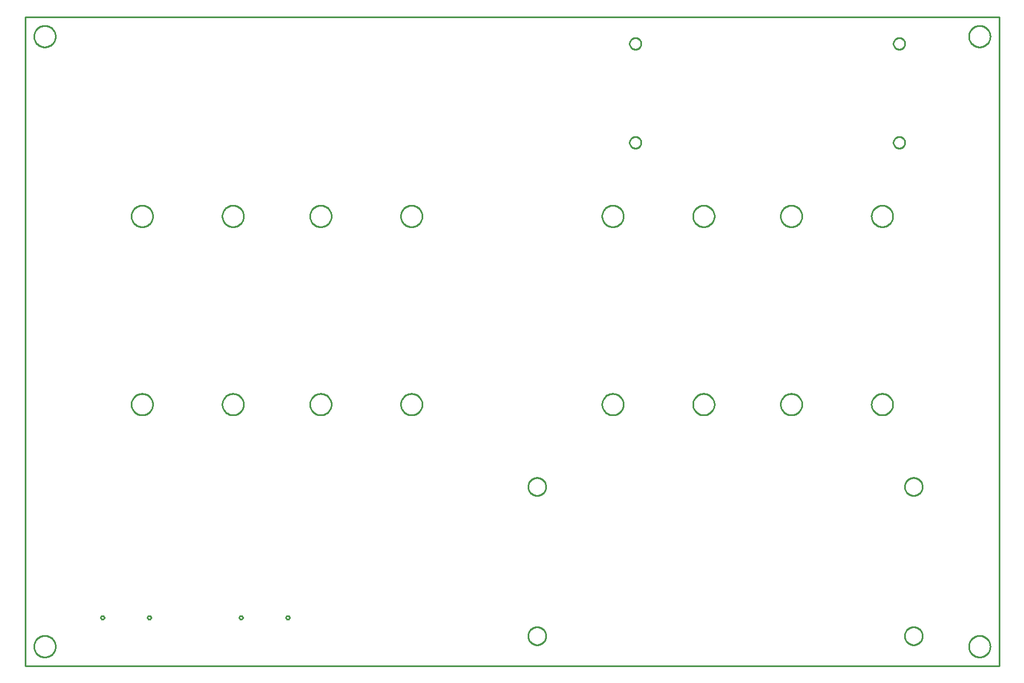
<source format=gbr>
G04 EAGLE Gerber X2 export*
%TF.Part,Single*%
%TF.FileFunction,Profile,NP*%
%TF.FilePolarity,Positive*%
%TF.GenerationSoftware,Autodesk,EAGLE,9.0.1*%
%TF.CreationDate,2018-07-01T13:53:45Z*%
G75*
%MOMM*%
%FSLAX34Y34*%
%LPD*%
%AMOC8*
5,1,8,0,0,1.08239X$1,22.5*%
G01*
%ADD10C,0.254000*%


D10*
X0Y0D02*
X1500000Y0D01*
X1500000Y1000000D01*
X0Y1000000D01*
X0Y0D01*
X196500Y692460D02*
X196429Y691382D01*
X196288Y690311D01*
X196078Y689251D01*
X195798Y688208D01*
X195451Y687185D01*
X195037Y686187D01*
X194560Y685218D01*
X194019Y684282D01*
X193419Y683384D01*
X192762Y682527D01*
X192049Y681715D01*
X191285Y680951D01*
X190473Y680239D01*
X189616Y679581D01*
X188718Y678981D01*
X187782Y678441D01*
X186813Y677963D01*
X185815Y677549D01*
X184792Y677202D01*
X183749Y676922D01*
X182689Y676712D01*
X181618Y676571D01*
X180540Y676500D01*
X179460Y676500D01*
X178382Y676571D01*
X177311Y676712D01*
X176251Y676922D01*
X175208Y677202D01*
X174185Y677549D01*
X173187Y677963D01*
X172218Y678441D01*
X171282Y678981D01*
X170384Y679581D01*
X169527Y680239D01*
X168715Y680951D01*
X167951Y681715D01*
X167239Y682527D01*
X166581Y683384D01*
X165981Y684282D01*
X165441Y685218D01*
X164963Y686187D01*
X164549Y687185D01*
X164202Y688208D01*
X163922Y689251D01*
X163712Y690311D01*
X163571Y691382D01*
X163500Y692460D01*
X163500Y693540D01*
X163571Y694618D01*
X163712Y695689D01*
X163922Y696749D01*
X164202Y697792D01*
X164549Y698815D01*
X164963Y699813D01*
X165441Y700782D01*
X165981Y701718D01*
X166581Y702616D01*
X167239Y703473D01*
X167951Y704285D01*
X168715Y705049D01*
X169527Y705762D01*
X170384Y706419D01*
X171282Y707019D01*
X172218Y707560D01*
X173187Y708037D01*
X174185Y708451D01*
X175208Y708798D01*
X176251Y709078D01*
X177311Y709288D01*
X178382Y709429D01*
X179460Y709500D01*
X180540Y709500D01*
X181618Y709429D01*
X182689Y709288D01*
X183749Y709078D01*
X184792Y708798D01*
X185815Y708451D01*
X186813Y708037D01*
X187782Y707560D01*
X188718Y707019D01*
X189616Y706419D01*
X190473Y705762D01*
X191285Y705049D01*
X192049Y704285D01*
X192762Y703473D01*
X193419Y702616D01*
X194019Y701718D01*
X194560Y700782D01*
X195037Y699813D01*
X195451Y698815D01*
X195798Y697792D01*
X196078Y696749D01*
X196288Y695689D01*
X196429Y694618D01*
X196500Y693540D01*
X196500Y692460D01*
X336500Y692460D02*
X336429Y691382D01*
X336288Y690311D01*
X336078Y689251D01*
X335798Y688208D01*
X335451Y687185D01*
X335037Y686187D01*
X334560Y685218D01*
X334019Y684282D01*
X333419Y683384D01*
X332762Y682527D01*
X332049Y681715D01*
X331285Y680951D01*
X330473Y680239D01*
X329616Y679581D01*
X328718Y678981D01*
X327782Y678441D01*
X326813Y677963D01*
X325815Y677549D01*
X324792Y677202D01*
X323749Y676922D01*
X322689Y676712D01*
X321618Y676571D01*
X320540Y676500D01*
X319460Y676500D01*
X318382Y676571D01*
X317311Y676712D01*
X316251Y676922D01*
X315208Y677202D01*
X314185Y677549D01*
X313187Y677963D01*
X312218Y678441D01*
X311282Y678981D01*
X310384Y679581D01*
X309527Y680239D01*
X308715Y680951D01*
X307951Y681715D01*
X307239Y682527D01*
X306581Y683384D01*
X305981Y684282D01*
X305441Y685218D01*
X304963Y686187D01*
X304549Y687185D01*
X304202Y688208D01*
X303922Y689251D01*
X303712Y690311D01*
X303571Y691382D01*
X303500Y692460D01*
X303500Y693540D01*
X303571Y694618D01*
X303712Y695689D01*
X303922Y696749D01*
X304202Y697792D01*
X304549Y698815D01*
X304963Y699813D01*
X305441Y700782D01*
X305981Y701718D01*
X306581Y702616D01*
X307239Y703473D01*
X307951Y704285D01*
X308715Y705049D01*
X309527Y705762D01*
X310384Y706419D01*
X311282Y707019D01*
X312218Y707560D01*
X313187Y708037D01*
X314185Y708451D01*
X315208Y708798D01*
X316251Y709078D01*
X317311Y709288D01*
X318382Y709429D01*
X319460Y709500D01*
X320540Y709500D01*
X321618Y709429D01*
X322689Y709288D01*
X323749Y709078D01*
X324792Y708798D01*
X325815Y708451D01*
X326813Y708037D01*
X327782Y707560D01*
X328718Y707019D01*
X329616Y706419D01*
X330473Y705762D01*
X331285Y705049D01*
X332049Y704285D01*
X332762Y703473D01*
X333419Y702616D01*
X334019Y701718D01*
X334560Y700782D01*
X335037Y699813D01*
X335451Y698815D01*
X335798Y697792D01*
X336078Y696749D01*
X336288Y695689D01*
X336429Y694618D01*
X336500Y693540D01*
X336500Y692460D01*
X196500Y402460D02*
X196429Y401382D01*
X196288Y400311D01*
X196078Y399251D01*
X195798Y398208D01*
X195451Y397185D01*
X195037Y396187D01*
X194560Y395218D01*
X194019Y394282D01*
X193419Y393384D01*
X192762Y392527D01*
X192049Y391715D01*
X191285Y390951D01*
X190473Y390239D01*
X189616Y389581D01*
X188718Y388981D01*
X187782Y388441D01*
X186813Y387963D01*
X185815Y387549D01*
X184792Y387202D01*
X183749Y386922D01*
X182689Y386712D01*
X181618Y386571D01*
X180540Y386500D01*
X179460Y386500D01*
X178382Y386571D01*
X177311Y386712D01*
X176251Y386922D01*
X175208Y387202D01*
X174185Y387549D01*
X173187Y387963D01*
X172218Y388441D01*
X171282Y388981D01*
X170384Y389581D01*
X169527Y390239D01*
X168715Y390951D01*
X167951Y391715D01*
X167239Y392527D01*
X166581Y393384D01*
X165981Y394282D01*
X165441Y395218D01*
X164963Y396187D01*
X164549Y397185D01*
X164202Y398208D01*
X163922Y399251D01*
X163712Y400311D01*
X163571Y401382D01*
X163500Y402460D01*
X163500Y403540D01*
X163571Y404618D01*
X163712Y405689D01*
X163922Y406749D01*
X164202Y407792D01*
X164549Y408815D01*
X164963Y409813D01*
X165441Y410782D01*
X165981Y411718D01*
X166581Y412616D01*
X167239Y413473D01*
X167951Y414285D01*
X168715Y415049D01*
X169527Y415762D01*
X170384Y416419D01*
X171282Y417019D01*
X172218Y417560D01*
X173187Y418037D01*
X174185Y418451D01*
X175208Y418798D01*
X176251Y419078D01*
X177311Y419288D01*
X178382Y419429D01*
X179460Y419500D01*
X180540Y419500D01*
X181618Y419429D01*
X182689Y419288D01*
X183749Y419078D01*
X184792Y418798D01*
X185815Y418451D01*
X186813Y418037D01*
X187782Y417560D01*
X188718Y417019D01*
X189616Y416419D01*
X190473Y415762D01*
X191285Y415049D01*
X192049Y414285D01*
X192762Y413473D01*
X193419Y412616D01*
X194019Y411718D01*
X194560Y410782D01*
X195037Y409813D01*
X195451Y408815D01*
X195798Y407792D01*
X196078Y406749D01*
X196288Y405689D01*
X196429Y404618D01*
X196500Y403540D01*
X196500Y402460D01*
X336500Y402460D02*
X336429Y401382D01*
X336288Y400311D01*
X336078Y399251D01*
X335798Y398208D01*
X335451Y397185D01*
X335037Y396187D01*
X334560Y395218D01*
X334019Y394282D01*
X333419Y393384D01*
X332762Y392527D01*
X332049Y391715D01*
X331285Y390951D01*
X330473Y390239D01*
X329616Y389581D01*
X328718Y388981D01*
X327782Y388441D01*
X326813Y387963D01*
X325815Y387549D01*
X324792Y387202D01*
X323749Y386922D01*
X322689Y386712D01*
X321618Y386571D01*
X320540Y386500D01*
X319460Y386500D01*
X318382Y386571D01*
X317311Y386712D01*
X316251Y386922D01*
X315208Y387202D01*
X314185Y387549D01*
X313187Y387963D01*
X312218Y388441D01*
X311282Y388981D01*
X310384Y389581D01*
X309527Y390239D01*
X308715Y390951D01*
X307951Y391715D01*
X307239Y392527D01*
X306581Y393384D01*
X305981Y394282D01*
X305441Y395218D01*
X304963Y396187D01*
X304549Y397185D01*
X304202Y398208D01*
X303922Y399251D01*
X303712Y400311D01*
X303571Y401382D01*
X303500Y402460D01*
X303500Y403540D01*
X303571Y404618D01*
X303712Y405689D01*
X303922Y406749D01*
X304202Y407792D01*
X304549Y408815D01*
X304963Y409813D01*
X305441Y410782D01*
X305981Y411718D01*
X306581Y412616D01*
X307239Y413473D01*
X307951Y414285D01*
X308715Y415049D01*
X309527Y415762D01*
X310384Y416419D01*
X311282Y417019D01*
X312218Y417560D01*
X313187Y418037D01*
X314185Y418451D01*
X315208Y418798D01*
X316251Y419078D01*
X317311Y419288D01*
X318382Y419429D01*
X319460Y419500D01*
X320540Y419500D01*
X321618Y419429D01*
X322689Y419288D01*
X323749Y419078D01*
X324792Y418798D01*
X325815Y418451D01*
X326813Y418037D01*
X327782Y417560D01*
X328718Y417019D01*
X329616Y416419D01*
X330473Y415762D01*
X331285Y415049D01*
X332049Y414285D01*
X332762Y413473D01*
X333419Y412616D01*
X334019Y411718D01*
X334560Y410782D01*
X335037Y409813D01*
X335451Y408815D01*
X335798Y407792D01*
X336078Y406749D01*
X336288Y405689D01*
X336429Y404618D01*
X336500Y403540D01*
X336500Y402460D01*
X471500Y402460D02*
X471429Y401382D01*
X471288Y400311D01*
X471078Y399251D01*
X470798Y398208D01*
X470451Y397185D01*
X470037Y396187D01*
X469560Y395218D01*
X469019Y394282D01*
X468419Y393384D01*
X467762Y392527D01*
X467049Y391715D01*
X466285Y390951D01*
X465473Y390239D01*
X464616Y389581D01*
X463718Y388981D01*
X462782Y388441D01*
X461813Y387963D01*
X460815Y387549D01*
X459792Y387202D01*
X458749Y386922D01*
X457689Y386712D01*
X456618Y386571D01*
X455540Y386500D01*
X454460Y386500D01*
X453382Y386571D01*
X452311Y386712D01*
X451251Y386922D01*
X450208Y387202D01*
X449185Y387549D01*
X448187Y387963D01*
X447218Y388441D01*
X446282Y388981D01*
X445384Y389581D01*
X444527Y390239D01*
X443715Y390951D01*
X442951Y391715D01*
X442239Y392527D01*
X441581Y393384D01*
X440981Y394282D01*
X440441Y395218D01*
X439963Y396187D01*
X439549Y397185D01*
X439202Y398208D01*
X438922Y399251D01*
X438712Y400311D01*
X438571Y401382D01*
X438500Y402460D01*
X438500Y403540D01*
X438571Y404618D01*
X438712Y405689D01*
X438922Y406749D01*
X439202Y407792D01*
X439549Y408815D01*
X439963Y409813D01*
X440441Y410782D01*
X440981Y411718D01*
X441581Y412616D01*
X442239Y413473D01*
X442951Y414285D01*
X443715Y415049D01*
X444527Y415762D01*
X445384Y416419D01*
X446282Y417019D01*
X447218Y417560D01*
X448187Y418037D01*
X449185Y418451D01*
X450208Y418798D01*
X451251Y419078D01*
X452311Y419288D01*
X453382Y419429D01*
X454460Y419500D01*
X455540Y419500D01*
X456618Y419429D01*
X457689Y419288D01*
X458749Y419078D01*
X459792Y418798D01*
X460815Y418451D01*
X461813Y418037D01*
X462782Y417560D01*
X463718Y417019D01*
X464616Y416419D01*
X465473Y415762D01*
X466285Y415049D01*
X467049Y414285D01*
X467762Y413473D01*
X468419Y412616D01*
X469019Y411718D01*
X469560Y410782D01*
X470037Y409813D01*
X470451Y408815D01*
X470798Y407792D01*
X471078Y406749D01*
X471288Y405689D01*
X471429Y404618D01*
X471500Y403540D01*
X471500Y402460D01*
X611500Y402460D02*
X611429Y401382D01*
X611288Y400311D01*
X611078Y399251D01*
X610798Y398208D01*
X610451Y397185D01*
X610037Y396187D01*
X609560Y395218D01*
X609019Y394282D01*
X608419Y393384D01*
X607762Y392527D01*
X607049Y391715D01*
X606285Y390951D01*
X605473Y390239D01*
X604616Y389581D01*
X603718Y388981D01*
X602782Y388441D01*
X601813Y387963D01*
X600815Y387549D01*
X599792Y387202D01*
X598749Y386922D01*
X597689Y386712D01*
X596618Y386571D01*
X595540Y386500D01*
X594460Y386500D01*
X593382Y386571D01*
X592311Y386712D01*
X591251Y386922D01*
X590208Y387202D01*
X589185Y387549D01*
X588187Y387963D01*
X587218Y388441D01*
X586282Y388981D01*
X585384Y389581D01*
X584527Y390239D01*
X583715Y390951D01*
X582951Y391715D01*
X582239Y392527D01*
X581581Y393384D01*
X580981Y394282D01*
X580441Y395218D01*
X579963Y396187D01*
X579549Y397185D01*
X579202Y398208D01*
X578922Y399251D01*
X578712Y400311D01*
X578571Y401382D01*
X578500Y402460D01*
X578500Y403540D01*
X578571Y404618D01*
X578712Y405689D01*
X578922Y406749D01*
X579202Y407792D01*
X579549Y408815D01*
X579963Y409813D01*
X580441Y410782D01*
X580981Y411718D01*
X581581Y412616D01*
X582239Y413473D01*
X582951Y414285D01*
X583715Y415049D01*
X584527Y415762D01*
X585384Y416419D01*
X586282Y417019D01*
X587218Y417560D01*
X588187Y418037D01*
X589185Y418451D01*
X590208Y418798D01*
X591251Y419078D01*
X592311Y419288D01*
X593382Y419429D01*
X594460Y419500D01*
X595540Y419500D01*
X596618Y419429D01*
X597689Y419288D01*
X598749Y419078D01*
X599792Y418798D01*
X600815Y418451D01*
X601813Y418037D01*
X602782Y417560D01*
X603718Y417019D01*
X604616Y416419D01*
X605473Y415762D01*
X606285Y415049D01*
X607049Y414285D01*
X607762Y413473D01*
X608419Y412616D01*
X609019Y411718D01*
X609560Y410782D01*
X610037Y409813D01*
X610451Y408815D01*
X610798Y407792D01*
X611078Y406749D01*
X611288Y405689D01*
X611429Y404618D01*
X611500Y403540D01*
X611500Y402460D01*
X921500Y402460D02*
X921429Y401382D01*
X921288Y400311D01*
X921078Y399251D01*
X920798Y398208D01*
X920451Y397185D01*
X920037Y396187D01*
X919560Y395218D01*
X919019Y394282D01*
X918419Y393384D01*
X917762Y392527D01*
X917049Y391715D01*
X916285Y390951D01*
X915473Y390239D01*
X914616Y389581D01*
X913718Y388981D01*
X912782Y388441D01*
X911813Y387963D01*
X910815Y387549D01*
X909792Y387202D01*
X908749Y386922D01*
X907689Y386712D01*
X906618Y386571D01*
X905540Y386500D01*
X904460Y386500D01*
X903382Y386571D01*
X902311Y386712D01*
X901251Y386922D01*
X900208Y387202D01*
X899185Y387549D01*
X898187Y387963D01*
X897218Y388441D01*
X896282Y388981D01*
X895384Y389581D01*
X894527Y390239D01*
X893715Y390951D01*
X892951Y391715D01*
X892239Y392527D01*
X891581Y393384D01*
X890981Y394282D01*
X890441Y395218D01*
X889963Y396187D01*
X889549Y397185D01*
X889202Y398208D01*
X888922Y399251D01*
X888712Y400311D01*
X888571Y401382D01*
X888500Y402460D01*
X888500Y403540D01*
X888571Y404618D01*
X888712Y405689D01*
X888922Y406749D01*
X889202Y407792D01*
X889549Y408815D01*
X889963Y409813D01*
X890441Y410782D01*
X890981Y411718D01*
X891581Y412616D01*
X892239Y413473D01*
X892951Y414285D01*
X893715Y415049D01*
X894527Y415762D01*
X895384Y416419D01*
X896282Y417019D01*
X897218Y417560D01*
X898187Y418037D01*
X899185Y418451D01*
X900208Y418798D01*
X901251Y419078D01*
X902311Y419288D01*
X903382Y419429D01*
X904460Y419500D01*
X905540Y419500D01*
X906618Y419429D01*
X907689Y419288D01*
X908749Y419078D01*
X909792Y418798D01*
X910815Y418451D01*
X911813Y418037D01*
X912782Y417560D01*
X913718Y417019D01*
X914616Y416419D01*
X915473Y415762D01*
X916285Y415049D01*
X917049Y414285D01*
X917762Y413473D01*
X918419Y412616D01*
X919019Y411718D01*
X919560Y410782D01*
X920037Y409813D01*
X920451Y408815D01*
X920798Y407792D01*
X921078Y406749D01*
X921288Y405689D01*
X921429Y404618D01*
X921500Y403540D01*
X921500Y402460D01*
X1196500Y402460D02*
X1196429Y401382D01*
X1196288Y400311D01*
X1196078Y399251D01*
X1195798Y398208D01*
X1195451Y397185D01*
X1195037Y396187D01*
X1194560Y395218D01*
X1194019Y394282D01*
X1193419Y393384D01*
X1192762Y392527D01*
X1192049Y391715D01*
X1191285Y390951D01*
X1190473Y390239D01*
X1189616Y389581D01*
X1188718Y388981D01*
X1187782Y388441D01*
X1186813Y387963D01*
X1185815Y387549D01*
X1184792Y387202D01*
X1183749Y386922D01*
X1182689Y386712D01*
X1181618Y386571D01*
X1180540Y386500D01*
X1179460Y386500D01*
X1178382Y386571D01*
X1177311Y386712D01*
X1176251Y386922D01*
X1175208Y387202D01*
X1174185Y387549D01*
X1173187Y387963D01*
X1172218Y388441D01*
X1171282Y388981D01*
X1170384Y389581D01*
X1169527Y390239D01*
X1168715Y390951D01*
X1167951Y391715D01*
X1167239Y392527D01*
X1166581Y393384D01*
X1165981Y394282D01*
X1165441Y395218D01*
X1164963Y396187D01*
X1164549Y397185D01*
X1164202Y398208D01*
X1163922Y399251D01*
X1163712Y400311D01*
X1163571Y401382D01*
X1163500Y402460D01*
X1163500Y403540D01*
X1163571Y404618D01*
X1163712Y405689D01*
X1163922Y406749D01*
X1164202Y407792D01*
X1164549Y408815D01*
X1164963Y409813D01*
X1165441Y410782D01*
X1165981Y411718D01*
X1166581Y412616D01*
X1167239Y413473D01*
X1167951Y414285D01*
X1168715Y415049D01*
X1169527Y415762D01*
X1170384Y416419D01*
X1171282Y417019D01*
X1172218Y417560D01*
X1173187Y418037D01*
X1174185Y418451D01*
X1175208Y418798D01*
X1176251Y419078D01*
X1177311Y419288D01*
X1178382Y419429D01*
X1179460Y419500D01*
X1180540Y419500D01*
X1181618Y419429D01*
X1182689Y419288D01*
X1183749Y419078D01*
X1184792Y418798D01*
X1185815Y418451D01*
X1186813Y418037D01*
X1187782Y417560D01*
X1188718Y417019D01*
X1189616Y416419D01*
X1190473Y415762D01*
X1191285Y415049D01*
X1192049Y414285D01*
X1192762Y413473D01*
X1193419Y412616D01*
X1194019Y411718D01*
X1194560Y410782D01*
X1195037Y409813D01*
X1195451Y408815D01*
X1195798Y407792D01*
X1196078Y406749D01*
X1196288Y405689D01*
X1196429Y404618D01*
X1196500Y403540D01*
X1196500Y402460D01*
X1061500Y402460D02*
X1061429Y401382D01*
X1061288Y400311D01*
X1061078Y399251D01*
X1060798Y398208D01*
X1060451Y397185D01*
X1060037Y396187D01*
X1059560Y395218D01*
X1059019Y394282D01*
X1058419Y393384D01*
X1057762Y392527D01*
X1057049Y391715D01*
X1056285Y390951D01*
X1055473Y390239D01*
X1054616Y389581D01*
X1053718Y388981D01*
X1052782Y388441D01*
X1051813Y387963D01*
X1050815Y387549D01*
X1049792Y387202D01*
X1048749Y386922D01*
X1047689Y386712D01*
X1046618Y386571D01*
X1045540Y386500D01*
X1044460Y386500D01*
X1043382Y386571D01*
X1042311Y386712D01*
X1041251Y386922D01*
X1040208Y387202D01*
X1039185Y387549D01*
X1038187Y387963D01*
X1037218Y388441D01*
X1036282Y388981D01*
X1035384Y389581D01*
X1034527Y390239D01*
X1033715Y390951D01*
X1032951Y391715D01*
X1032239Y392527D01*
X1031581Y393384D01*
X1030981Y394282D01*
X1030441Y395218D01*
X1029963Y396187D01*
X1029549Y397185D01*
X1029202Y398208D01*
X1028922Y399251D01*
X1028712Y400311D01*
X1028571Y401382D01*
X1028500Y402460D01*
X1028500Y403540D01*
X1028571Y404618D01*
X1028712Y405689D01*
X1028922Y406749D01*
X1029202Y407792D01*
X1029549Y408815D01*
X1029963Y409813D01*
X1030441Y410782D01*
X1030981Y411718D01*
X1031581Y412616D01*
X1032239Y413473D01*
X1032951Y414285D01*
X1033715Y415049D01*
X1034527Y415762D01*
X1035384Y416419D01*
X1036282Y417019D01*
X1037218Y417560D01*
X1038187Y418037D01*
X1039185Y418451D01*
X1040208Y418798D01*
X1041251Y419078D01*
X1042311Y419288D01*
X1043382Y419429D01*
X1044460Y419500D01*
X1045540Y419500D01*
X1046618Y419429D01*
X1047689Y419288D01*
X1048749Y419078D01*
X1049792Y418798D01*
X1050815Y418451D01*
X1051813Y418037D01*
X1052782Y417560D01*
X1053718Y417019D01*
X1054616Y416419D01*
X1055473Y415762D01*
X1056285Y415049D01*
X1057049Y414285D01*
X1057762Y413473D01*
X1058419Y412616D01*
X1059019Y411718D01*
X1059560Y410782D01*
X1060037Y409813D01*
X1060451Y408815D01*
X1060798Y407792D01*
X1061078Y406749D01*
X1061288Y405689D01*
X1061429Y404618D01*
X1061500Y403540D01*
X1061500Y402460D01*
X1336500Y402460D02*
X1336429Y401382D01*
X1336288Y400311D01*
X1336078Y399251D01*
X1335798Y398208D01*
X1335451Y397185D01*
X1335037Y396187D01*
X1334560Y395218D01*
X1334019Y394282D01*
X1333419Y393384D01*
X1332762Y392527D01*
X1332049Y391715D01*
X1331285Y390951D01*
X1330473Y390239D01*
X1329616Y389581D01*
X1328718Y388981D01*
X1327782Y388441D01*
X1326813Y387963D01*
X1325815Y387549D01*
X1324792Y387202D01*
X1323749Y386922D01*
X1322689Y386712D01*
X1321618Y386571D01*
X1320540Y386500D01*
X1319460Y386500D01*
X1318382Y386571D01*
X1317311Y386712D01*
X1316251Y386922D01*
X1315208Y387202D01*
X1314185Y387549D01*
X1313187Y387963D01*
X1312218Y388441D01*
X1311282Y388981D01*
X1310384Y389581D01*
X1309527Y390239D01*
X1308715Y390951D01*
X1307951Y391715D01*
X1307239Y392527D01*
X1306581Y393384D01*
X1305981Y394282D01*
X1305441Y395218D01*
X1304963Y396187D01*
X1304549Y397185D01*
X1304202Y398208D01*
X1303922Y399251D01*
X1303712Y400311D01*
X1303571Y401382D01*
X1303500Y402460D01*
X1303500Y403540D01*
X1303571Y404618D01*
X1303712Y405689D01*
X1303922Y406749D01*
X1304202Y407792D01*
X1304549Y408815D01*
X1304963Y409813D01*
X1305441Y410782D01*
X1305981Y411718D01*
X1306581Y412616D01*
X1307239Y413473D01*
X1307951Y414285D01*
X1308715Y415049D01*
X1309527Y415762D01*
X1310384Y416419D01*
X1311282Y417019D01*
X1312218Y417560D01*
X1313187Y418037D01*
X1314185Y418451D01*
X1315208Y418798D01*
X1316251Y419078D01*
X1317311Y419288D01*
X1318382Y419429D01*
X1319460Y419500D01*
X1320540Y419500D01*
X1321618Y419429D01*
X1322689Y419288D01*
X1323749Y419078D01*
X1324792Y418798D01*
X1325815Y418451D01*
X1326813Y418037D01*
X1327782Y417560D01*
X1328718Y417019D01*
X1329616Y416419D01*
X1330473Y415762D01*
X1331285Y415049D01*
X1332049Y414285D01*
X1332762Y413473D01*
X1333419Y412616D01*
X1334019Y411718D01*
X1334560Y410782D01*
X1335037Y409813D01*
X1335451Y408815D01*
X1335798Y407792D01*
X1336078Y406749D01*
X1336288Y405689D01*
X1336429Y404618D01*
X1336500Y403540D01*
X1336500Y402460D01*
X1336500Y692460D02*
X1336429Y691382D01*
X1336288Y690311D01*
X1336078Y689251D01*
X1335798Y688208D01*
X1335451Y687185D01*
X1335037Y686187D01*
X1334560Y685218D01*
X1334019Y684282D01*
X1333419Y683384D01*
X1332762Y682527D01*
X1332049Y681715D01*
X1331285Y680951D01*
X1330473Y680239D01*
X1329616Y679581D01*
X1328718Y678981D01*
X1327782Y678441D01*
X1326813Y677963D01*
X1325815Y677549D01*
X1324792Y677202D01*
X1323749Y676922D01*
X1322689Y676712D01*
X1321618Y676571D01*
X1320540Y676500D01*
X1319460Y676500D01*
X1318382Y676571D01*
X1317311Y676712D01*
X1316251Y676922D01*
X1315208Y677202D01*
X1314185Y677549D01*
X1313187Y677963D01*
X1312218Y678441D01*
X1311282Y678981D01*
X1310384Y679581D01*
X1309527Y680239D01*
X1308715Y680951D01*
X1307951Y681715D01*
X1307239Y682527D01*
X1306581Y683384D01*
X1305981Y684282D01*
X1305441Y685218D01*
X1304963Y686187D01*
X1304549Y687185D01*
X1304202Y688208D01*
X1303922Y689251D01*
X1303712Y690311D01*
X1303571Y691382D01*
X1303500Y692460D01*
X1303500Y693540D01*
X1303571Y694618D01*
X1303712Y695689D01*
X1303922Y696749D01*
X1304202Y697792D01*
X1304549Y698815D01*
X1304963Y699813D01*
X1305441Y700782D01*
X1305981Y701718D01*
X1306581Y702616D01*
X1307239Y703473D01*
X1307951Y704285D01*
X1308715Y705049D01*
X1309527Y705762D01*
X1310384Y706419D01*
X1311282Y707019D01*
X1312218Y707560D01*
X1313187Y708037D01*
X1314185Y708451D01*
X1315208Y708798D01*
X1316251Y709078D01*
X1317311Y709288D01*
X1318382Y709429D01*
X1319460Y709500D01*
X1320540Y709500D01*
X1321618Y709429D01*
X1322689Y709288D01*
X1323749Y709078D01*
X1324792Y708798D01*
X1325815Y708451D01*
X1326813Y708037D01*
X1327782Y707560D01*
X1328718Y707019D01*
X1329616Y706419D01*
X1330473Y705762D01*
X1331285Y705049D01*
X1332049Y704285D01*
X1332762Y703473D01*
X1333419Y702616D01*
X1334019Y701718D01*
X1334560Y700782D01*
X1335037Y699813D01*
X1335451Y698815D01*
X1335798Y697792D01*
X1336078Y696749D01*
X1336288Y695689D01*
X1336429Y694618D01*
X1336500Y693540D01*
X1336500Y692460D01*
X1196500Y692460D02*
X1196429Y691382D01*
X1196288Y690311D01*
X1196078Y689251D01*
X1195798Y688208D01*
X1195451Y687185D01*
X1195037Y686187D01*
X1194560Y685218D01*
X1194019Y684282D01*
X1193419Y683384D01*
X1192762Y682527D01*
X1192049Y681715D01*
X1191285Y680951D01*
X1190473Y680239D01*
X1189616Y679581D01*
X1188718Y678981D01*
X1187782Y678441D01*
X1186813Y677963D01*
X1185815Y677549D01*
X1184792Y677202D01*
X1183749Y676922D01*
X1182689Y676712D01*
X1181618Y676571D01*
X1180540Y676500D01*
X1179460Y676500D01*
X1178382Y676571D01*
X1177311Y676712D01*
X1176251Y676922D01*
X1175208Y677202D01*
X1174185Y677549D01*
X1173187Y677963D01*
X1172218Y678441D01*
X1171282Y678981D01*
X1170384Y679581D01*
X1169527Y680239D01*
X1168715Y680951D01*
X1167951Y681715D01*
X1167239Y682527D01*
X1166581Y683384D01*
X1165981Y684282D01*
X1165441Y685218D01*
X1164963Y686187D01*
X1164549Y687185D01*
X1164202Y688208D01*
X1163922Y689251D01*
X1163712Y690311D01*
X1163571Y691382D01*
X1163500Y692460D01*
X1163500Y693540D01*
X1163571Y694618D01*
X1163712Y695689D01*
X1163922Y696749D01*
X1164202Y697792D01*
X1164549Y698815D01*
X1164963Y699813D01*
X1165441Y700782D01*
X1165981Y701718D01*
X1166581Y702616D01*
X1167239Y703473D01*
X1167951Y704285D01*
X1168715Y705049D01*
X1169527Y705762D01*
X1170384Y706419D01*
X1171282Y707019D01*
X1172218Y707560D01*
X1173187Y708037D01*
X1174185Y708451D01*
X1175208Y708798D01*
X1176251Y709078D01*
X1177311Y709288D01*
X1178382Y709429D01*
X1179460Y709500D01*
X1180540Y709500D01*
X1181618Y709429D01*
X1182689Y709288D01*
X1183749Y709078D01*
X1184792Y708798D01*
X1185815Y708451D01*
X1186813Y708037D01*
X1187782Y707560D01*
X1188718Y707019D01*
X1189616Y706419D01*
X1190473Y705762D01*
X1191285Y705049D01*
X1192049Y704285D01*
X1192762Y703473D01*
X1193419Y702616D01*
X1194019Y701718D01*
X1194560Y700782D01*
X1195037Y699813D01*
X1195451Y698815D01*
X1195798Y697792D01*
X1196078Y696749D01*
X1196288Y695689D01*
X1196429Y694618D01*
X1196500Y693540D01*
X1196500Y692460D01*
X1061500Y692460D02*
X1061429Y691382D01*
X1061288Y690311D01*
X1061078Y689251D01*
X1060798Y688208D01*
X1060451Y687185D01*
X1060037Y686187D01*
X1059560Y685218D01*
X1059019Y684282D01*
X1058419Y683384D01*
X1057762Y682527D01*
X1057049Y681715D01*
X1056285Y680951D01*
X1055473Y680239D01*
X1054616Y679581D01*
X1053718Y678981D01*
X1052782Y678441D01*
X1051813Y677963D01*
X1050815Y677549D01*
X1049792Y677202D01*
X1048749Y676922D01*
X1047689Y676712D01*
X1046618Y676571D01*
X1045540Y676500D01*
X1044460Y676500D01*
X1043382Y676571D01*
X1042311Y676712D01*
X1041251Y676922D01*
X1040208Y677202D01*
X1039185Y677549D01*
X1038187Y677963D01*
X1037218Y678441D01*
X1036282Y678981D01*
X1035384Y679581D01*
X1034527Y680239D01*
X1033715Y680951D01*
X1032951Y681715D01*
X1032239Y682527D01*
X1031581Y683384D01*
X1030981Y684282D01*
X1030441Y685218D01*
X1029963Y686187D01*
X1029549Y687185D01*
X1029202Y688208D01*
X1028922Y689251D01*
X1028712Y690311D01*
X1028571Y691382D01*
X1028500Y692460D01*
X1028500Y693540D01*
X1028571Y694618D01*
X1028712Y695689D01*
X1028922Y696749D01*
X1029202Y697792D01*
X1029549Y698815D01*
X1029963Y699813D01*
X1030441Y700782D01*
X1030981Y701718D01*
X1031581Y702616D01*
X1032239Y703473D01*
X1032951Y704285D01*
X1033715Y705049D01*
X1034527Y705762D01*
X1035384Y706419D01*
X1036282Y707019D01*
X1037218Y707560D01*
X1038187Y708037D01*
X1039185Y708451D01*
X1040208Y708798D01*
X1041251Y709078D01*
X1042311Y709288D01*
X1043382Y709429D01*
X1044460Y709500D01*
X1045540Y709500D01*
X1046618Y709429D01*
X1047689Y709288D01*
X1048749Y709078D01*
X1049792Y708798D01*
X1050815Y708451D01*
X1051813Y708037D01*
X1052782Y707560D01*
X1053718Y707019D01*
X1054616Y706419D01*
X1055473Y705762D01*
X1056285Y705049D01*
X1057049Y704285D01*
X1057762Y703473D01*
X1058419Y702616D01*
X1059019Y701718D01*
X1059560Y700782D01*
X1060037Y699813D01*
X1060451Y698815D01*
X1060798Y697792D01*
X1061078Y696749D01*
X1061288Y695689D01*
X1061429Y694618D01*
X1061500Y693540D01*
X1061500Y692460D01*
X921500Y692460D02*
X921429Y691382D01*
X921288Y690311D01*
X921078Y689251D01*
X920798Y688208D01*
X920451Y687185D01*
X920037Y686187D01*
X919560Y685218D01*
X919019Y684282D01*
X918419Y683384D01*
X917762Y682527D01*
X917049Y681715D01*
X916285Y680951D01*
X915473Y680239D01*
X914616Y679581D01*
X913718Y678981D01*
X912782Y678441D01*
X911813Y677963D01*
X910815Y677549D01*
X909792Y677202D01*
X908749Y676922D01*
X907689Y676712D01*
X906618Y676571D01*
X905540Y676500D01*
X904460Y676500D01*
X903382Y676571D01*
X902311Y676712D01*
X901251Y676922D01*
X900208Y677202D01*
X899185Y677549D01*
X898187Y677963D01*
X897218Y678441D01*
X896282Y678981D01*
X895384Y679581D01*
X894527Y680239D01*
X893715Y680951D01*
X892951Y681715D01*
X892239Y682527D01*
X891581Y683384D01*
X890981Y684282D01*
X890441Y685218D01*
X889963Y686187D01*
X889549Y687185D01*
X889202Y688208D01*
X888922Y689251D01*
X888712Y690311D01*
X888571Y691382D01*
X888500Y692460D01*
X888500Y693540D01*
X888571Y694618D01*
X888712Y695689D01*
X888922Y696749D01*
X889202Y697792D01*
X889549Y698815D01*
X889963Y699813D01*
X890441Y700782D01*
X890981Y701718D01*
X891581Y702616D01*
X892239Y703473D01*
X892951Y704285D01*
X893715Y705049D01*
X894527Y705762D01*
X895384Y706419D01*
X896282Y707019D01*
X897218Y707560D01*
X898187Y708037D01*
X899185Y708451D01*
X900208Y708798D01*
X901251Y709078D01*
X902311Y709288D01*
X903382Y709429D01*
X904460Y709500D01*
X905540Y709500D01*
X906618Y709429D01*
X907689Y709288D01*
X908749Y709078D01*
X909792Y708798D01*
X910815Y708451D01*
X911813Y708037D01*
X912782Y707560D01*
X913718Y707019D01*
X914616Y706419D01*
X915473Y705762D01*
X916285Y705049D01*
X917049Y704285D01*
X917762Y703473D01*
X918419Y702616D01*
X919019Y701718D01*
X919560Y700782D01*
X920037Y699813D01*
X920451Y698815D01*
X920798Y697792D01*
X921078Y696749D01*
X921288Y695689D01*
X921429Y694618D01*
X921500Y693540D01*
X921500Y692460D01*
X611500Y692460D02*
X611429Y691382D01*
X611288Y690311D01*
X611078Y689251D01*
X610798Y688208D01*
X610451Y687185D01*
X610037Y686187D01*
X609560Y685218D01*
X609019Y684282D01*
X608419Y683384D01*
X607762Y682527D01*
X607049Y681715D01*
X606285Y680951D01*
X605473Y680239D01*
X604616Y679581D01*
X603718Y678981D01*
X602782Y678441D01*
X601813Y677963D01*
X600815Y677549D01*
X599792Y677202D01*
X598749Y676922D01*
X597689Y676712D01*
X596618Y676571D01*
X595540Y676500D01*
X594460Y676500D01*
X593382Y676571D01*
X592311Y676712D01*
X591251Y676922D01*
X590208Y677202D01*
X589185Y677549D01*
X588187Y677963D01*
X587218Y678441D01*
X586282Y678981D01*
X585384Y679581D01*
X584527Y680239D01*
X583715Y680951D01*
X582951Y681715D01*
X582239Y682527D01*
X581581Y683384D01*
X580981Y684282D01*
X580441Y685218D01*
X579963Y686187D01*
X579549Y687185D01*
X579202Y688208D01*
X578922Y689251D01*
X578712Y690311D01*
X578571Y691382D01*
X578500Y692460D01*
X578500Y693540D01*
X578571Y694618D01*
X578712Y695689D01*
X578922Y696749D01*
X579202Y697792D01*
X579549Y698815D01*
X579963Y699813D01*
X580441Y700782D01*
X580981Y701718D01*
X581581Y702616D01*
X582239Y703473D01*
X582951Y704285D01*
X583715Y705049D01*
X584527Y705762D01*
X585384Y706419D01*
X586282Y707019D01*
X587218Y707560D01*
X588187Y708037D01*
X589185Y708451D01*
X590208Y708798D01*
X591251Y709078D01*
X592311Y709288D01*
X593382Y709429D01*
X594460Y709500D01*
X595540Y709500D01*
X596618Y709429D01*
X597689Y709288D01*
X598749Y709078D01*
X599792Y708798D01*
X600815Y708451D01*
X601813Y708037D01*
X602782Y707560D01*
X603718Y707019D01*
X604616Y706419D01*
X605473Y705762D01*
X606285Y705049D01*
X607049Y704285D01*
X607762Y703473D01*
X608419Y702616D01*
X609019Y701718D01*
X609560Y700782D01*
X610037Y699813D01*
X610451Y698815D01*
X610798Y697792D01*
X611078Y696749D01*
X611288Y695689D01*
X611429Y694618D01*
X611500Y693540D01*
X611500Y692460D01*
X471500Y692460D02*
X471429Y691382D01*
X471288Y690311D01*
X471078Y689251D01*
X470798Y688208D01*
X470451Y687185D01*
X470037Y686187D01*
X469560Y685218D01*
X469019Y684282D01*
X468419Y683384D01*
X467762Y682527D01*
X467049Y681715D01*
X466285Y680951D01*
X465473Y680239D01*
X464616Y679581D01*
X463718Y678981D01*
X462782Y678441D01*
X461813Y677963D01*
X460815Y677549D01*
X459792Y677202D01*
X458749Y676922D01*
X457689Y676712D01*
X456618Y676571D01*
X455540Y676500D01*
X454460Y676500D01*
X453382Y676571D01*
X452311Y676712D01*
X451251Y676922D01*
X450208Y677202D01*
X449185Y677549D01*
X448187Y677963D01*
X447218Y678441D01*
X446282Y678981D01*
X445384Y679581D01*
X444527Y680239D01*
X443715Y680951D01*
X442951Y681715D01*
X442239Y682527D01*
X441581Y683384D01*
X440981Y684282D01*
X440441Y685218D01*
X439963Y686187D01*
X439549Y687185D01*
X439202Y688208D01*
X438922Y689251D01*
X438712Y690311D01*
X438571Y691382D01*
X438500Y692460D01*
X438500Y693540D01*
X438571Y694618D01*
X438712Y695689D01*
X438922Y696749D01*
X439202Y697792D01*
X439549Y698815D01*
X439963Y699813D01*
X440441Y700782D01*
X440981Y701718D01*
X441581Y702616D01*
X442239Y703473D01*
X442951Y704285D01*
X443715Y705049D01*
X444527Y705762D01*
X445384Y706419D01*
X446282Y707019D01*
X447218Y707560D01*
X448187Y708037D01*
X449185Y708451D01*
X450208Y708798D01*
X451251Y709078D01*
X452311Y709288D01*
X453382Y709429D01*
X454460Y709500D01*
X455540Y709500D01*
X456618Y709429D01*
X457689Y709288D01*
X458749Y709078D01*
X459792Y708798D01*
X460815Y708451D01*
X461813Y708037D01*
X462782Y707560D01*
X463718Y707019D01*
X464616Y706419D01*
X465473Y705762D01*
X466285Y705049D01*
X467049Y704285D01*
X467762Y703473D01*
X468419Y702616D01*
X469019Y701718D01*
X469560Y700782D01*
X470037Y699813D01*
X470451Y698815D01*
X470798Y697792D01*
X471078Y696749D01*
X471288Y695689D01*
X471429Y694618D01*
X471500Y693540D01*
X471500Y692460D01*
X46500Y969460D02*
X46429Y968382D01*
X46288Y967311D01*
X46078Y966251D01*
X45798Y965208D01*
X45451Y964185D01*
X45037Y963187D01*
X44560Y962218D01*
X44019Y961282D01*
X43419Y960384D01*
X42762Y959527D01*
X42049Y958715D01*
X41285Y957951D01*
X40473Y957239D01*
X39616Y956581D01*
X38718Y955981D01*
X37782Y955441D01*
X36813Y954963D01*
X35815Y954549D01*
X34792Y954202D01*
X33749Y953922D01*
X32689Y953712D01*
X31618Y953571D01*
X30540Y953500D01*
X29460Y953500D01*
X28382Y953571D01*
X27311Y953712D01*
X26251Y953922D01*
X25208Y954202D01*
X24185Y954549D01*
X23187Y954963D01*
X22218Y955441D01*
X21282Y955981D01*
X20384Y956581D01*
X19527Y957239D01*
X18715Y957951D01*
X17951Y958715D01*
X17239Y959527D01*
X16581Y960384D01*
X15981Y961282D01*
X15441Y962218D01*
X14963Y963187D01*
X14549Y964185D01*
X14202Y965208D01*
X13922Y966251D01*
X13712Y967311D01*
X13571Y968382D01*
X13500Y969460D01*
X13500Y970540D01*
X13571Y971618D01*
X13712Y972689D01*
X13922Y973749D01*
X14202Y974792D01*
X14549Y975815D01*
X14963Y976813D01*
X15441Y977782D01*
X15981Y978718D01*
X16581Y979616D01*
X17239Y980473D01*
X17951Y981285D01*
X18715Y982049D01*
X19527Y982762D01*
X20384Y983419D01*
X21282Y984019D01*
X22218Y984560D01*
X23187Y985037D01*
X24185Y985451D01*
X25208Y985798D01*
X26251Y986078D01*
X27311Y986288D01*
X28382Y986429D01*
X29460Y986500D01*
X30540Y986500D01*
X31618Y986429D01*
X32689Y986288D01*
X33749Y986078D01*
X34792Y985798D01*
X35815Y985451D01*
X36813Y985037D01*
X37782Y984560D01*
X38718Y984019D01*
X39616Y983419D01*
X40473Y982762D01*
X41285Y982049D01*
X42049Y981285D01*
X42762Y980473D01*
X43419Y979616D01*
X44019Y978718D01*
X44560Y977782D01*
X45037Y976813D01*
X45451Y975815D01*
X45798Y974792D01*
X46078Y973749D01*
X46288Y972689D01*
X46429Y971618D01*
X46500Y970540D01*
X46500Y969460D01*
X46500Y29460D02*
X46429Y28382D01*
X46288Y27311D01*
X46078Y26251D01*
X45798Y25208D01*
X45451Y24185D01*
X45037Y23187D01*
X44560Y22218D01*
X44019Y21282D01*
X43419Y20384D01*
X42762Y19527D01*
X42049Y18715D01*
X41285Y17951D01*
X40473Y17239D01*
X39616Y16581D01*
X38718Y15981D01*
X37782Y15441D01*
X36813Y14963D01*
X35815Y14549D01*
X34792Y14202D01*
X33749Y13922D01*
X32689Y13712D01*
X31618Y13571D01*
X30540Y13500D01*
X29460Y13500D01*
X28382Y13571D01*
X27311Y13712D01*
X26251Y13922D01*
X25208Y14202D01*
X24185Y14549D01*
X23187Y14963D01*
X22218Y15441D01*
X21282Y15981D01*
X20384Y16581D01*
X19527Y17239D01*
X18715Y17951D01*
X17951Y18715D01*
X17239Y19527D01*
X16581Y20384D01*
X15981Y21282D01*
X15441Y22218D01*
X14963Y23187D01*
X14549Y24185D01*
X14202Y25208D01*
X13922Y26251D01*
X13712Y27311D01*
X13571Y28382D01*
X13500Y29460D01*
X13500Y30540D01*
X13571Y31618D01*
X13712Y32689D01*
X13922Y33749D01*
X14202Y34792D01*
X14549Y35815D01*
X14963Y36813D01*
X15441Y37782D01*
X15981Y38718D01*
X16581Y39616D01*
X17239Y40473D01*
X17951Y41285D01*
X18715Y42049D01*
X19527Y42762D01*
X20384Y43419D01*
X21282Y44019D01*
X22218Y44560D01*
X23187Y45037D01*
X24185Y45451D01*
X25208Y45798D01*
X26251Y46078D01*
X27311Y46288D01*
X28382Y46429D01*
X29460Y46500D01*
X30540Y46500D01*
X31618Y46429D01*
X32689Y46288D01*
X33749Y46078D01*
X34792Y45798D01*
X35815Y45451D01*
X36813Y45037D01*
X37782Y44560D01*
X38718Y44019D01*
X39616Y43419D01*
X40473Y42762D01*
X41285Y42049D01*
X42049Y41285D01*
X42762Y40473D01*
X43419Y39616D01*
X44019Y38718D01*
X44560Y37782D01*
X45037Y36813D01*
X45451Y35815D01*
X45798Y34792D01*
X46078Y33749D01*
X46288Y32689D01*
X46429Y31618D01*
X46500Y30540D01*
X46500Y29460D01*
X1486500Y29460D02*
X1486429Y28382D01*
X1486288Y27311D01*
X1486078Y26251D01*
X1485798Y25208D01*
X1485451Y24185D01*
X1485037Y23187D01*
X1484560Y22218D01*
X1484019Y21282D01*
X1483419Y20384D01*
X1482762Y19527D01*
X1482049Y18715D01*
X1481285Y17951D01*
X1480473Y17239D01*
X1479616Y16581D01*
X1478718Y15981D01*
X1477782Y15441D01*
X1476813Y14963D01*
X1475815Y14549D01*
X1474792Y14202D01*
X1473749Y13922D01*
X1472689Y13712D01*
X1471618Y13571D01*
X1470540Y13500D01*
X1469460Y13500D01*
X1468382Y13571D01*
X1467311Y13712D01*
X1466251Y13922D01*
X1465208Y14202D01*
X1464185Y14549D01*
X1463187Y14963D01*
X1462218Y15441D01*
X1461282Y15981D01*
X1460384Y16581D01*
X1459527Y17239D01*
X1458715Y17951D01*
X1457951Y18715D01*
X1457239Y19527D01*
X1456581Y20384D01*
X1455981Y21282D01*
X1455441Y22218D01*
X1454963Y23187D01*
X1454549Y24185D01*
X1454202Y25208D01*
X1453922Y26251D01*
X1453712Y27311D01*
X1453571Y28382D01*
X1453500Y29460D01*
X1453500Y30540D01*
X1453571Y31618D01*
X1453712Y32689D01*
X1453922Y33749D01*
X1454202Y34792D01*
X1454549Y35815D01*
X1454963Y36813D01*
X1455441Y37782D01*
X1455981Y38718D01*
X1456581Y39616D01*
X1457239Y40473D01*
X1457951Y41285D01*
X1458715Y42049D01*
X1459527Y42762D01*
X1460384Y43419D01*
X1461282Y44019D01*
X1462218Y44560D01*
X1463187Y45037D01*
X1464185Y45451D01*
X1465208Y45798D01*
X1466251Y46078D01*
X1467311Y46288D01*
X1468382Y46429D01*
X1469460Y46500D01*
X1470540Y46500D01*
X1471618Y46429D01*
X1472689Y46288D01*
X1473749Y46078D01*
X1474792Y45798D01*
X1475815Y45451D01*
X1476813Y45037D01*
X1477782Y44560D01*
X1478718Y44019D01*
X1479616Y43419D01*
X1480473Y42762D01*
X1481285Y42049D01*
X1482049Y41285D01*
X1482762Y40473D01*
X1483419Y39616D01*
X1484019Y38718D01*
X1484560Y37782D01*
X1485037Y36813D01*
X1485451Y35815D01*
X1485798Y34792D01*
X1486078Y33749D01*
X1486288Y32689D01*
X1486429Y31618D01*
X1486500Y30540D01*
X1486500Y29460D01*
X1486500Y969460D02*
X1486429Y968382D01*
X1486288Y967311D01*
X1486078Y966251D01*
X1485798Y965208D01*
X1485451Y964185D01*
X1485037Y963187D01*
X1484560Y962218D01*
X1484019Y961282D01*
X1483419Y960384D01*
X1482762Y959527D01*
X1482049Y958715D01*
X1481285Y957951D01*
X1480473Y957239D01*
X1479616Y956581D01*
X1478718Y955981D01*
X1477782Y955441D01*
X1476813Y954963D01*
X1475815Y954549D01*
X1474792Y954202D01*
X1473749Y953922D01*
X1472689Y953712D01*
X1471618Y953571D01*
X1470540Y953500D01*
X1469460Y953500D01*
X1468382Y953571D01*
X1467311Y953712D01*
X1466251Y953922D01*
X1465208Y954202D01*
X1464185Y954549D01*
X1463187Y954963D01*
X1462218Y955441D01*
X1461282Y955981D01*
X1460384Y956581D01*
X1459527Y957239D01*
X1458715Y957951D01*
X1457951Y958715D01*
X1457239Y959527D01*
X1456581Y960384D01*
X1455981Y961282D01*
X1455441Y962218D01*
X1454963Y963187D01*
X1454549Y964185D01*
X1454202Y965208D01*
X1453922Y966251D01*
X1453712Y967311D01*
X1453571Y968382D01*
X1453500Y969460D01*
X1453500Y970540D01*
X1453571Y971618D01*
X1453712Y972689D01*
X1453922Y973749D01*
X1454202Y974792D01*
X1454549Y975815D01*
X1454963Y976813D01*
X1455441Y977782D01*
X1455981Y978718D01*
X1456581Y979616D01*
X1457239Y980473D01*
X1457951Y981285D01*
X1458715Y982049D01*
X1459527Y982762D01*
X1460384Y983419D01*
X1461282Y984019D01*
X1462218Y984560D01*
X1463187Y985037D01*
X1464185Y985451D01*
X1465208Y985798D01*
X1466251Y986078D01*
X1467311Y986288D01*
X1468382Y986429D01*
X1469460Y986500D01*
X1470540Y986500D01*
X1471618Y986429D01*
X1472689Y986288D01*
X1473749Y986078D01*
X1474792Y985798D01*
X1475815Y985451D01*
X1476813Y985037D01*
X1477782Y984560D01*
X1478718Y984019D01*
X1479616Y983419D01*
X1480473Y982762D01*
X1481285Y982049D01*
X1482049Y981285D01*
X1482762Y980473D01*
X1483419Y979616D01*
X1484019Y978718D01*
X1484560Y977782D01*
X1485037Y976813D01*
X1485451Y975815D01*
X1485798Y974792D01*
X1486078Y973749D01*
X1486288Y972689D01*
X1486429Y971618D01*
X1486500Y970540D01*
X1486500Y969460D01*
X196500Y692460D02*
X196429Y691382D01*
X196288Y690311D01*
X196078Y689251D01*
X195798Y688208D01*
X195451Y687185D01*
X195037Y686187D01*
X194560Y685218D01*
X194019Y684282D01*
X193419Y683384D01*
X192762Y682527D01*
X192049Y681715D01*
X191285Y680951D01*
X190473Y680239D01*
X189616Y679581D01*
X188718Y678981D01*
X187782Y678441D01*
X186813Y677963D01*
X185815Y677549D01*
X184792Y677202D01*
X183749Y676922D01*
X182689Y676712D01*
X181618Y676571D01*
X180540Y676500D01*
X179460Y676500D01*
X178382Y676571D01*
X177311Y676712D01*
X176251Y676922D01*
X175208Y677202D01*
X174185Y677549D01*
X173187Y677963D01*
X172218Y678441D01*
X171282Y678981D01*
X170384Y679581D01*
X169527Y680239D01*
X168715Y680951D01*
X167951Y681715D01*
X167239Y682527D01*
X166581Y683384D01*
X165981Y684282D01*
X165441Y685218D01*
X164963Y686187D01*
X164549Y687185D01*
X164202Y688208D01*
X163922Y689251D01*
X163712Y690311D01*
X163571Y691382D01*
X163500Y692460D01*
X163500Y693540D01*
X163571Y694618D01*
X163712Y695689D01*
X163922Y696749D01*
X164202Y697792D01*
X164549Y698815D01*
X164963Y699813D01*
X165441Y700782D01*
X165981Y701718D01*
X166581Y702616D01*
X167239Y703473D01*
X167951Y704285D01*
X168715Y705049D01*
X169527Y705762D01*
X170384Y706419D01*
X171282Y707019D01*
X172218Y707560D01*
X173187Y708037D01*
X174185Y708451D01*
X175208Y708798D01*
X176251Y709078D01*
X177311Y709288D01*
X178382Y709429D01*
X179460Y709500D01*
X180540Y709500D01*
X181618Y709429D01*
X182689Y709288D01*
X183749Y709078D01*
X184792Y708798D01*
X185815Y708451D01*
X186813Y708037D01*
X187782Y707560D01*
X188718Y707019D01*
X189616Y706419D01*
X190473Y705762D01*
X191285Y705049D01*
X192049Y704285D01*
X192762Y703473D01*
X193419Y702616D01*
X194019Y701718D01*
X194560Y700782D01*
X195037Y699813D01*
X195451Y698815D01*
X195798Y697792D01*
X196078Y696749D01*
X196288Y695689D01*
X196429Y694618D01*
X196500Y693540D01*
X196500Y692460D01*
X336500Y692460D02*
X336429Y691382D01*
X336288Y690311D01*
X336078Y689251D01*
X335798Y688208D01*
X335451Y687185D01*
X335037Y686187D01*
X334560Y685218D01*
X334019Y684282D01*
X333419Y683384D01*
X332762Y682527D01*
X332049Y681715D01*
X331285Y680951D01*
X330473Y680239D01*
X329616Y679581D01*
X328718Y678981D01*
X327782Y678441D01*
X326813Y677963D01*
X325815Y677549D01*
X324792Y677202D01*
X323749Y676922D01*
X322689Y676712D01*
X321618Y676571D01*
X320540Y676500D01*
X319460Y676500D01*
X318382Y676571D01*
X317311Y676712D01*
X316251Y676922D01*
X315208Y677202D01*
X314185Y677549D01*
X313187Y677963D01*
X312218Y678441D01*
X311282Y678981D01*
X310384Y679581D01*
X309527Y680239D01*
X308715Y680951D01*
X307951Y681715D01*
X307239Y682527D01*
X306581Y683384D01*
X305981Y684282D01*
X305441Y685218D01*
X304963Y686187D01*
X304549Y687185D01*
X304202Y688208D01*
X303922Y689251D01*
X303712Y690311D01*
X303571Y691382D01*
X303500Y692460D01*
X303500Y693540D01*
X303571Y694618D01*
X303712Y695689D01*
X303922Y696749D01*
X304202Y697792D01*
X304549Y698815D01*
X304963Y699813D01*
X305441Y700782D01*
X305981Y701718D01*
X306581Y702616D01*
X307239Y703473D01*
X307951Y704285D01*
X308715Y705049D01*
X309527Y705762D01*
X310384Y706419D01*
X311282Y707019D01*
X312218Y707560D01*
X313187Y708037D01*
X314185Y708451D01*
X315208Y708798D01*
X316251Y709078D01*
X317311Y709288D01*
X318382Y709429D01*
X319460Y709500D01*
X320540Y709500D01*
X321618Y709429D01*
X322689Y709288D01*
X323749Y709078D01*
X324792Y708798D01*
X325815Y708451D01*
X326813Y708037D01*
X327782Y707560D01*
X328718Y707019D01*
X329616Y706419D01*
X330473Y705762D01*
X331285Y705049D01*
X332049Y704285D01*
X332762Y703473D01*
X333419Y702616D01*
X334019Y701718D01*
X334560Y700782D01*
X335037Y699813D01*
X335451Y698815D01*
X335798Y697792D01*
X336078Y696749D01*
X336288Y695689D01*
X336429Y694618D01*
X336500Y693540D01*
X336500Y692460D01*
X196500Y402460D02*
X196429Y401382D01*
X196288Y400311D01*
X196078Y399251D01*
X195798Y398208D01*
X195451Y397185D01*
X195037Y396187D01*
X194560Y395218D01*
X194019Y394282D01*
X193419Y393384D01*
X192762Y392527D01*
X192049Y391715D01*
X191285Y390951D01*
X190473Y390239D01*
X189616Y389581D01*
X188718Y388981D01*
X187782Y388441D01*
X186813Y387963D01*
X185815Y387549D01*
X184792Y387202D01*
X183749Y386922D01*
X182689Y386712D01*
X181618Y386571D01*
X180540Y386500D01*
X179460Y386500D01*
X178382Y386571D01*
X177311Y386712D01*
X176251Y386922D01*
X175208Y387202D01*
X174185Y387549D01*
X173187Y387963D01*
X172218Y388441D01*
X171282Y388981D01*
X170384Y389581D01*
X169527Y390239D01*
X168715Y390951D01*
X167951Y391715D01*
X167239Y392527D01*
X166581Y393384D01*
X165981Y394282D01*
X165441Y395218D01*
X164963Y396187D01*
X164549Y397185D01*
X164202Y398208D01*
X163922Y399251D01*
X163712Y400311D01*
X163571Y401382D01*
X163500Y402460D01*
X163500Y403540D01*
X163571Y404618D01*
X163712Y405689D01*
X163922Y406749D01*
X164202Y407792D01*
X164549Y408815D01*
X164963Y409813D01*
X165441Y410782D01*
X165981Y411718D01*
X166581Y412616D01*
X167239Y413473D01*
X167951Y414285D01*
X168715Y415049D01*
X169527Y415762D01*
X170384Y416419D01*
X171282Y417019D01*
X172218Y417560D01*
X173187Y418037D01*
X174185Y418451D01*
X175208Y418798D01*
X176251Y419078D01*
X177311Y419288D01*
X178382Y419429D01*
X179460Y419500D01*
X180540Y419500D01*
X181618Y419429D01*
X182689Y419288D01*
X183749Y419078D01*
X184792Y418798D01*
X185815Y418451D01*
X186813Y418037D01*
X187782Y417560D01*
X188718Y417019D01*
X189616Y416419D01*
X190473Y415762D01*
X191285Y415049D01*
X192049Y414285D01*
X192762Y413473D01*
X193419Y412616D01*
X194019Y411718D01*
X194560Y410782D01*
X195037Y409813D01*
X195451Y408815D01*
X195798Y407792D01*
X196078Y406749D01*
X196288Y405689D01*
X196429Y404618D01*
X196500Y403540D01*
X196500Y402460D01*
X336500Y402460D02*
X336429Y401382D01*
X336288Y400311D01*
X336078Y399251D01*
X335798Y398208D01*
X335451Y397185D01*
X335037Y396187D01*
X334560Y395218D01*
X334019Y394282D01*
X333419Y393384D01*
X332762Y392527D01*
X332049Y391715D01*
X331285Y390951D01*
X330473Y390239D01*
X329616Y389581D01*
X328718Y388981D01*
X327782Y388441D01*
X326813Y387963D01*
X325815Y387549D01*
X324792Y387202D01*
X323749Y386922D01*
X322689Y386712D01*
X321618Y386571D01*
X320540Y386500D01*
X319460Y386500D01*
X318382Y386571D01*
X317311Y386712D01*
X316251Y386922D01*
X315208Y387202D01*
X314185Y387549D01*
X313187Y387963D01*
X312218Y388441D01*
X311282Y388981D01*
X310384Y389581D01*
X309527Y390239D01*
X308715Y390951D01*
X307951Y391715D01*
X307239Y392527D01*
X306581Y393384D01*
X305981Y394282D01*
X305441Y395218D01*
X304963Y396187D01*
X304549Y397185D01*
X304202Y398208D01*
X303922Y399251D01*
X303712Y400311D01*
X303571Y401382D01*
X303500Y402460D01*
X303500Y403540D01*
X303571Y404618D01*
X303712Y405689D01*
X303922Y406749D01*
X304202Y407792D01*
X304549Y408815D01*
X304963Y409813D01*
X305441Y410782D01*
X305981Y411718D01*
X306581Y412616D01*
X307239Y413473D01*
X307951Y414285D01*
X308715Y415049D01*
X309527Y415762D01*
X310384Y416419D01*
X311282Y417019D01*
X312218Y417560D01*
X313187Y418037D01*
X314185Y418451D01*
X315208Y418798D01*
X316251Y419078D01*
X317311Y419288D01*
X318382Y419429D01*
X319460Y419500D01*
X320540Y419500D01*
X321618Y419429D01*
X322689Y419288D01*
X323749Y419078D01*
X324792Y418798D01*
X325815Y418451D01*
X326813Y418037D01*
X327782Y417560D01*
X328718Y417019D01*
X329616Y416419D01*
X330473Y415762D01*
X331285Y415049D01*
X332049Y414285D01*
X332762Y413473D01*
X333419Y412616D01*
X334019Y411718D01*
X334560Y410782D01*
X335037Y409813D01*
X335451Y408815D01*
X335798Y407792D01*
X336078Y406749D01*
X336288Y405689D01*
X336429Y404618D01*
X336500Y403540D01*
X336500Y402460D01*
X471500Y402460D02*
X471429Y401382D01*
X471288Y400311D01*
X471078Y399251D01*
X470798Y398208D01*
X470451Y397185D01*
X470037Y396187D01*
X469560Y395218D01*
X469019Y394282D01*
X468419Y393384D01*
X467762Y392527D01*
X467049Y391715D01*
X466285Y390951D01*
X465473Y390239D01*
X464616Y389581D01*
X463718Y388981D01*
X462782Y388441D01*
X461813Y387963D01*
X460815Y387549D01*
X459792Y387202D01*
X458749Y386922D01*
X457689Y386712D01*
X456618Y386571D01*
X455540Y386500D01*
X454460Y386500D01*
X453382Y386571D01*
X452311Y386712D01*
X451251Y386922D01*
X450208Y387202D01*
X449185Y387549D01*
X448187Y387963D01*
X447218Y388441D01*
X446282Y388981D01*
X445384Y389581D01*
X444527Y390239D01*
X443715Y390951D01*
X442951Y391715D01*
X442239Y392527D01*
X441581Y393384D01*
X440981Y394282D01*
X440441Y395218D01*
X439963Y396187D01*
X439549Y397185D01*
X439202Y398208D01*
X438922Y399251D01*
X438712Y400311D01*
X438571Y401382D01*
X438500Y402460D01*
X438500Y403540D01*
X438571Y404618D01*
X438712Y405689D01*
X438922Y406749D01*
X439202Y407792D01*
X439549Y408815D01*
X439963Y409813D01*
X440441Y410782D01*
X440981Y411718D01*
X441581Y412616D01*
X442239Y413473D01*
X442951Y414285D01*
X443715Y415049D01*
X444527Y415762D01*
X445384Y416419D01*
X446282Y417019D01*
X447218Y417560D01*
X448187Y418037D01*
X449185Y418451D01*
X450208Y418798D01*
X451251Y419078D01*
X452311Y419288D01*
X453382Y419429D01*
X454460Y419500D01*
X455540Y419500D01*
X456618Y419429D01*
X457689Y419288D01*
X458749Y419078D01*
X459792Y418798D01*
X460815Y418451D01*
X461813Y418037D01*
X462782Y417560D01*
X463718Y417019D01*
X464616Y416419D01*
X465473Y415762D01*
X466285Y415049D01*
X467049Y414285D01*
X467762Y413473D01*
X468419Y412616D01*
X469019Y411718D01*
X469560Y410782D01*
X470037Y409813D01*
X470451Y408815D01*
X470798Y407792D01*
X471078Y406749D01*
X471288Y405689D01*
X471429Y404618D01*
X471500Y403540D01*
X471500Y402460D01*
X611500Y402460D02*
X611429Y401382D01*
X611288Y400311D01*
X611078Y399251D01*
X610798Y398208D01*
X610451Y397185D01*
X610037Y396187D01*
X609560Y395218D01*
X609019Y394282D01*
X608419Y393384D01*
X607762Y392527D01*
X607049Y391715D01*
X606285Y390951D01*
X605473Y390239D01*
X604616Y389581D01*
X603718Y388981D01*
X602782Y388441D01*
X601813Y387963D01*
X600815Y387549D01*
X599792Y387202D01*
X598749Y386922D01*
X597689Y386712D01*
X596618Y386571D01*
X595540Y386500D01*
X594460Y386500D01*
X593382Y386571D01*
X592311Y386712D01*
X591251Y386922D01*
X590208Y387202D01*
X589185Y387549D01*
X588187Y387963D01*
X587218Y388441D01*
X586282Y388981D01*
X585384Y389581D01*
X584527Y390239D01*
X583715Y390951D01*
X582951Y391715D01*
X582239Y392527D01*
X581581Y393384D01*
X580981Y394282D01*
X580441Y395218D01*
X579963Y396187D01*
X579549Y397185D01*
X579202Y398208D01*
X578922Y399251D01*
X578712Y400311D01*
X578571Y401382D01*
X578500Y402460D01*
X578500Y403540D01*
X578571Y404618D01*
X578712Y405689D01*
X578922Y406749D01*
X579202Y407792D01*
X579549Y408815D01*
X579963Y409813D01*
X580441Y410782D01*
X580981Y411718D01*
X581581Y412616D01*
X582239Y413473D01*
X582951Y414285D01*
X583715Y415049D01*
X584527Y415762D01*
X585384Y416419D01*
X586282Y417019D01*
X587218Y417560D01*
X588187Y418037D01*
X589185Y418451D01*
X590208Y418798D01*
X591251Y419078D01*
X592311Y419288D01*
X593382Y419429D01*
X594460Y419500D01*
X595540Y419500D01*
X596618Y419429D01*
X597689Y419288D01*
X598749Y419078D01*
X599792Y418798D01*
X600815Y418451D01*
X601813Y418037D01*
X602782Y417560D01*
X603718Y417019D01*
X604616Y416419D01*
X605473Y415762D01*
X606285Y415049D01*
X607049Y414285D01*
X607762Y413473D01*
X608419Y412616D01*
X609019Y411718D01*
X609560Y410782D01*
X610037Y409813D01*
X610451Y408815D01*
X610798Y407792D01*
X611078Y406749D01*
X611288Y405689D01*
X611429Y404618D01*
X611500Y403540D01*
X611500Y402460D01*
X921500Y402460D02*
X921429Y401382D01*
X921288Y400311D01*
X921078Y399251D01*
X920798Y398208D01*
X920451Y397185D01*
X920037Y396187D01*
X919560Y395218D01*
X919019Y394282D01*
X918419Y393384D01*
X917762Y392527D01*
X917049Y391715D01*
X916285Y390951D01*
X915473Y390239D01*
X914616Y389581D01*
X913718Y388981D01*
X912782Y388441D01*
X911813Y387963D01*
X910815Y387549D01*
X909792Y387202D01*
X908749Y386922D01*
X907689Y386712D01*
X906618Y386571D01*
X905540Y386500D01*
X904460Y386500D01*
X903382Y386571D01*
X902311Y386712D01*
X901251Y386922D01*
X900208Y387202D01*
X899185Y387549D01*
X898187Y387963D01*
X897218Y388441D01*
X896282Y388981D01*
X895384Y389581D01*
X894527Y390239D01*
X893715Y390951D01*
X892951Y391715D01*
X892239Y392527D01*
X891581Y393384D01*
X890981Y394282D01*
X890441Y395218D01*
X889963Y396187D01*
X889549Y397185D01*
X889202Y398208D01*
X888922Y399251D01*
X888712Y400311D01*
X888571Y401382D01*
X888500Y402460D01*
X888500Y403540D01*
X888571Y404618D01*
X888712Y405689D01*
X888922Y406749D01*
X889202Y407792D01*
X889549Y408815D01*
X889963Y409813D01*
X890441Y410782D01*
X890981Y411718D01*
X891581Y412616D01*
X892239Y413473D01*
X892951Y414285D01*
X893715Y415049D01*
X894527Y415762D01*
X895384Y416419D01*
X896282Y417019D01*
X897218Y417560D01*
X898187Y418037D01*
X899185Y418451D01*
X900208Y418798D01*
X901251Y419078D01*
X902311Y419288D01*
X903382Y419429D01*
X904460Y419500D01*
X905540Y419500D01*
X906618Y419429D01*
X907689Y419288D01*
X908749Y419078D01*
X909792Y418798D01*
X910815Y418451D01*
X911813Y418037D01*
X912782Y417560D01*
X913718Y417019D01*
X914616Y416419D01*
X915473Y415762D01*
X916285Y415049D01*
X917049Y414285D01*
X917762Y413473D01*
X918419Y412616D01*
X919019Y411718D01*
X919560Y410782D01*
X920037Y409813D01*
X920451Y408815D01*
X920798Y407792D01*
X921078Y406749D01*
X921288Y405689D01*
X921429Y404618D01*
X921500Y403540D01*
X921500Y402460D01*
X1196500Y402460D02*
X1196429Y401382D01*
X1196288Y400311D01*
X1196078Y399251D01*
X1195798Y398208D01*
X1195451Y397185D01*
X1195037Y396187D01*
X1194560Y395218D01*
X1194019Y394282D01*
X1193419Y393384D01*
X1192762Y392527D01*
X1192049Y391715D01*
X1191285Y390951D01*
X1190473Y390239D01*
X1189616Y389581D01*
X1188718Y388981D01*
X1187782Y388441D01*
X1186813Y387963D01*
X1185815Y387549D01*
X1184792Y387202D01*
X1183749Y386922D01*
X1182689Y386712D01*
X1181618Y386571D01*
X1180540Y386500D01*
X1179460Y386500D01*
X1178382Y386571D01*
X1177311Y386712D01*
X1176251Y386922D01*
X1175208Y387202D01*
X1174185Y387549D01*
X1173187Y387963D01*
X1172218Y388441D01*
X1171282Y388981D01*
X1170384Y389581D01*
X1169527Y390239D01*
X1168715Y390951D01*
X1167951Y391715D01*
X1167239Y392527D01*
X1166581Y393384D01*
X1165981Y394282D01*
X1165441Y395218D01*
X1164963Y396187D01*
X1164549Y397185D01*
X1164202Y398208D01*
X1163922Y399251D01*
X1163712Y400311D01*
X1163571Y401382D01*
X1163500Y402460D01*
X1163500Y403540D01*
X1163571Y404618D01*
X1163712Y405689D01*
X1163922Y406749D01*
X1164202Y407792D01*
X1164549Y408815D01*
X1164963Y409813D01*
X1165441Y410782D01*
X1165981Y411718D01*
X1166581Y412616D01*
X1167239Y413473D01*
X1167951Y414285D01*
X1168715Y415049D01*
X1169527Y415762D01*
X1170384Y416419D01*
X1171282Y417019D01*
X1172218Y417560D01*
X1173187Y418037D01*
X1174185Y418451D01*
X1175208Y418798D01*
X1176251Y419078D01*
X1177311Y419288D01*
X1178382Y419429D01*
X1179460Y419500D01*
X1180540Y419500D01*
X1181618Y419429D01*
X1182689Y419288D01*
X1183749Y419078D01*
X1184792Y418798D01*
X1185815Y418451D01*
X1186813Y418037D01*
X1187782Y417560D01*
X1188718Y417019D01*
X1189616Y416419D01*
X1190473Y415762D01*
X1191285Y415049D01*
X1192049Y414285D01*
X1192762Y413473D01*
X1193419Y412616D01*
X1194019Y411718D01*
X1194560Y410782D01*
X1195037Y409813D01*
X1195451Y408815D01*
X1195798Y407792D01*
X1196078Y406749D01*
X1196288Y405689D01*
X1196429Y404618D01*
X1196500Y403540D01*
X1196500Y402460D01*
X1061500Y402460D02*
X1061429Y401382D01*
X1061288Y400311D01*
X1061078Y399251D01*
X1060798Y398208D01*
X1060451Y397185D01*
X1060037Y396187D01*
X1059560Y395218D01*
X1059019Y394282D01*
X1058419Y393384D01*
X1057762Y392527D01*
X1057049Y391715D01*
X1056285Y390951D01*
X1055473Y390239D01*
X1054616Y389581D01*
X1053718Y388981D01*
X1052782Y388441D01*
X1051813Y387963D01*
X1050815Y387549D01*
X1049792Y387202D01*
X1048749Y386922D01*
X1047689Y386712D01*
X1046618Y386571D01*
X1045540Y386500D01*
X1044460Y386500D01*
X1043382Y386571D01*
X1042311Y386712D01*
X1041251Y386922D01*
X1040208Y387202D01*
X1039185Y387549D01*
X1038187Y387963D01*
X1037218Y388441D01*
X1036282Y388981D01*
X1035384Y389581D01*
X1034527Y390239D01*
X1033715Y390951D01*
X1032951Y391715D01*
X1032239Y392527D01*
X1031581Y393384D01*
X1030981Y394282D01*
X1030441Y395218D01*
X1029963Y396187D01*
X1029549Y397185D01*
X1029202Y398208D01*
X1028922Y399251D01*
X1028712Y400311D01*
X1028571Y401382D01*
X1028500Y402460D01*
X1028500Y403540D01*
X1028571Y404618D01*
X1028712Y405689D01*
X1028922Y406749D01*
X1029202Y407792D01*
X1029549Y408815D01*
X1029963Y409813D01*
X1030441Y410782D01*
X1030981Y411718D01*
X1031581Y412616D01*
X1032239Y413473D01*
X1032951Y414285D01*
X1033715Y415049D01*
X1034527Y415762D01*
X1035384Y416419D01*
X1036282Y417019D01*
X1037218Y417560D01*
X1038187Y418037D01*
X1039185Y418451D01*
X1040208Y418798D01*
X1041251Y419078D01*
X1042311Y419288D01*
X1043382Y419429D01*
X1044460Y419500D01*
X1045540Y419500D01*
X1046618Y419429D01*
X1047689Y419288D01*
X1048749Y419078D01*
X1049792Y418798D01*
X1050815Y418451D01*
X1051813Y418037D01*
X1052782Y417560D01*
X1053718Y417019D01*
X1054616Y416419D01*
X1055473Y415762D01*
X1056285Y415049D01*
X1057049Y414285D01*
X1057762Y413473D01*
X1058419Y412616D01*
X1059019Y411718D01*
X1059560Y410782D01*
X1060037Y409813D01*
X1060451Y408815D01*
X1060798Y407792D01*
X1061078Y406749D01*
X1061288Y405689D01*
X1061429Y404618D01*
X1061500Y403540D01*
X1061500Y402460D01*
X1336500Y402460D02*
X1336429Y401382D01*
X1336288Y400311D01*
X1336078Y399251D01*
X1335798Y398208D01*
X1335451Y397185D01*
X1335037Y396187D01*
X1334560Y395218D01*
X1334019Y394282D01*
X1333419Y393384D01*
X1332762Y392527D01*
X1332049Y391715D01*
X1331285Y390951D01*
X1330473Y390239D01*
X1329616Y389581D01*
X1328718Y388981D01*
X1327782Y388441D01*
X1326813Y387963D01*
X1325815Y387549D01*
X1324792Y387202D01*
X1323749Y386922D01*
X1322689Y386712D01*
X1321618Y386571D01*
X1320540Y386500D01*
X1319460Y386500D01*
X1318382Y386571D01*
X1317311Y386712D01*
X1316251Y386922D01*
X1315208Y387202D01*
X1314185Y387549D01*
X1313187Y387963D01*
X1312218Y388441D01*
X1311282Y388981D01*
X1310384Y389581D01*
X1309527Y390239D01*
X1308715Y390951D01*
X1307951Y391715D01*
X1307239Y392527D01*
X1306581Y393384D01*
X1305981Y394282D01*
X1305441Y395218D01*
X1304963Y396187D01*
X1304549Y397185D01*
X1304202Y398208D01*
X1303922Y399251D01*
X1303712Y400311D01*
X1303571Y401382D01*
X1303500Y402460D01*
X1303500Y403540D01*
X1303571Y404618D01*
X1303712Y405689D01*
X1303922Y406749D01*
X1304202Y407792D01*
X1304549Y408815D01*
X1304963Y409813D01*
X1305441Y410782D01*
X1305981Y411718D01*
X1306581Y412616D01*
X1307239Y413473D01*
X1307951Y414285D01*
X1308715Y415049D01*
X1309527Y415762D01*
X1310384Y416419D01*
X1311282Y417019D01*
X1312218Y417560D01*
X1313187Y418037D01*
X1314185Y418451D01*
X1315208Y418798D01*
X1316251Y419078D01*
X1317311Y419288D01*
X1318382Y419429D01*
X1319460Y419500D01*
X1320540Y419500D01*
X1321618Y419429D01*
X1322689Y419288D01*
X1323749Y419078D01*
X1324792Y418798D01*
X1325815Y418451D01*
X1326813Y418037D01*
X1327782Y417560D01*
X1328718Y417019D01*
X1329616Y416419D01*
X1330473Y415762D01*
X1331285Y415049D01*
X1332049Y414285D01*
X1332762Y413473D01*
X1333419Y412616D01*
X1334019Y411718D01*
X1334560Y410782D01*
X1335037Y409813D01*
X1335451Y408815D01*
X1335798Y407792D01*
X1336078Y406749D01*
X1336288Y405689D01*
X1336429Y404618D01*
X1336500Y403540D01*
X1336500Y402460D01*
X1336500Y692460D02*
X1336429Y691382D01*
X1336288Y690311D01*
X1336078Y689251D01*
X1335798Y688208D01*
X1335451Y687185D01*
X1335037Y686187D01*
X1334560Y685218D01*
X1334019Y684282D01*
X1333419Y683384D01*
X1332762Y682527D01*
X1332049Y681715D01*
X1331285Y680951D01*
X1330473Y680239D01*
X1329616Y679581D01*
X1328718Y678981D01*
X1327782Y678441D01*
X1326813Y677963D01*
X1325815Y677549D01*
X1324792Y677202D01*
X1323749Y676922D01*
X1322689Y676712D01*
X1321618Y676571D01*
X1320540Y676500D01*
X1319460Y676500D01*
X1318382Y676571D01*
X1317311Y676712D01*
X1316251Y676922D01*
X1315208Y677202D01*
X1314185Y677549D01*
X1313187Y677963D01*
X1312218Y678441D01*
X1311282Y678981D01*
X1310384Y679581D01*
X1309527Y680239D01*
X1308715Y680951D01*
X1307951Y681715D01*
X1307239Y682527D01*
X1306581Y683384D01*
X1305981Y684282D01*
X1305441Y685218D01*
X1304963Y686187D01*
X1304549Y687185D01*
X1304202Y688208D01*
X1303922Y689251D01*
X1303712Y690311D01*
X1303571Y691382D01*
X1303500Y692460D01*
X1303500Y693540D01*
X1303571Y694618D01*
X1303712Y695689D01*
X1303922Y696749D01*
X1304202Y697792D01*
X1304549Y698815D01*
X1304963Y699813D01*
X1305441Y700782D01*
X1305981Y701718D01*
X1306581Y702616D01*
X1307239Y703473D01*
X1307951Y704285D01*
X1308715Y705049D01*
X1309527Y705762D01*
X1310384Y706419D01*
X1311282Y707019D01*
X1312218Y707560D01*
X1313187Y708037D01*
X1314185Y708451D01*
X1315208Y708798D01*
X1316251Y709078D01*
X1317311Y709288D01*
X1318382Y709429D01*
X1319460Y709500D01*
X1320540Y709500D01*
X1321618Y709429D01*
X1322689Y709288D01*
X1323749Y709078D01*
X1324792Y708798D01*
X1325815Y708451D01*
X1326813Y708037D01*
X1327782Y707560D01*
X1328718Y707019D01*
X1329616Y706419D01*
X1330473Y705762D01*
X1331285Y705049D01*
X1332049Y704285D01*
X1332762Y703473D01*
X1333419Y702616D01*
X1334019Y701718D01*
X1334560Y700782D01*
X1335037Y699813D01*
X1335451Y698815D01*
X1335798Y697792D01*
X1336078Y696749D01*
X1336288Y695689D01*
X1336429Y694618D01*
X1336500Y693540D01*
X1336500Y692460D01*
X1196500Y692460D02*
X1196429Y691382D01*
X1196288Y690311D01*
X1196078Y689251D01*
X1195798Y688208D01*
X1195451Y687185D01*
X1195037Y686187D01*
X1194560Y685218D01*
X1194019Y684282D01*
X1193419Y683384D01*
X1192762Y682527D01*
X1192049Y681715D01*
X1191285Y680951D01*
X1190473Y680239D01*
X1189616Y679581D01*
X1188718Y678981D01*
X1187782Y678441D01*
X1186813Y677963D01*
X1185815Y677549D01*
X1184792Y677202D01*
X1183749Y676922D01*
X1182689Y676712D01*
X1181618Y676571D01*
X1180540Y676500D01*
X1179460Y676500D01*
X1178382Y676571D01*
X1177311Y676712D01*
X1176251Y676922D01*
X1175208Y677202D01*
X1174185Y677549D01*
X1173187Y677963D01*
X1172218Y678441D01*
X1171282Y678981D01*
X1170384Y679581D01*
X1169527Y680239D01*
X1168715Y680951D01*
X1167951Y681715D01*
X1167239Y682527D01*
X1166581Y683384D01*
X1165981Y684282D01*
X1165441Y685218D01*
X1164963Y686187D01*
X1164549Y687185D01*
X1164202Y688208D01*
X1163922Y689251D01*
X1163712Y690311D01*
X1163571Y691382D01*
X1163500Y692460D01*
X1163500Y693540D01*
X1163571Y694618D01*
X1163712Y695689D01*
X1163922Y696749D01*
X1164202Y697792D01*
X1164549Y698815D01*
X1164963Y699813D01*
X1165441Y700782D01*
X1165981Y701718D01*
X1166581Y702616D01*
X1167239Y703473D01*
X1167951Y704285D01*
X1168715Y705049D01*
X1169527Y705762D01*
X1170384Y706419D01*
X1171282Y707019D01*
X1172218Y707560D01*
X1173187Y708037D01*
X1174185Y708451D01*
X1175208Y708798D01*
X1176251Y709078D01*
X1177311Y709288D01*
X1178382Y709429D01*
X1179460Y709500D01*
X1180540Y709500D01*
X1181618Y709429D01*
X1182689Y709288D01*
X1183749Y709078D01*
X1184792Y708798D01*
X1185815Y708451D01*
X1186813Y708037D01*
X1187782Y707560D01*
X1188718Y707019D01*
X1189616Y706419D01*
X1190473Y705762D01*
X1191285Y705049D01*
X1192049Y704285D01*
X1192762Y703473D01*
X1193419Y702616D01*
X1194019Y701718D01*
X1194560Y700782D01*
X1195037Y699813D01*
X1195451Y698815D01*
X1195798Y697792D01*
X1196078Y696749D01*
X1196288Y695689D01*
X1196429Y694618D01*
X1196500Y693540D01*
X1196500Y692460D01*
X1061500Y692460D02*
X1061429Y691382D01*
X1061288Y690311D01*
X1061078Y689251D01*
X1060798Y688208D01*
X1060451Y687185D01*
X1060037Y686187D01*
X1059560Y685218D01*
X1059019Y684282D01*
X1058419Y683384D01*
X1057762Y682527D01*
X1057049Y681715D01*
X1056285Y680951D01*
X1055473Y680239D01*
X1054616Y679581D01*
X1053718Y678981D01*
X1052782Y678441D01*
X1051813Y677963D01*
X1050815Y677549D01*
X1049792Y677202D01*
X1048749Y676922D01*
X1047689Y676712D01*
X1046618Y676571D01*
X1045540Y676500D01*
X1044460Y676500D01*
X1043382Y676571D01*
X1042311Y676712D01*
X1041251Y676922D01*
X1040208Y677202D01*
X1039185Y677549D01*
X1038187Y677963D01*
X1037218Y678441D01*
X1036282Y678981D01*
X1035384Y679581D01*
X1034527Y680239D01*
X1033715Y680951D01*
X1032951Y681715D01*
X1032239Y682527D01*
X1031581Y683384D01*
X1030981Y684282D01*
X1030441Y685218D01*
X1029963Y686187D01*
X1029549Y687185D01*
X1029202Y688208D01*
X1028922Y689251D01*
X1028712Y690311D01*
X1028571Y691382D01*
X1028500Y692460D01*
X1028500Y693540D01*
X1028571Y694618D01*
X1028712Y695689D01*
X1028922Y696749D01*
X1029202Y697792D01*
X1029549Y698815D01*
X1029963Y699813D01*
X1030441Y700782D01*
X1030981Y701718D01*
X1031581Y702616D01*
X1032239Y703473D01*
X1032951Y704285D01*
X1033715Y705049D01*
X1034527Y705762D01*
X1035384Y706419D01*
X1036282Y707019D01*
X1037218Y707560D01*
X1038187Y708037D01*
X1039185Y708451D01*
X1040208Y708798D01*
X1041251Y709078D01*
X1042311Y709288D01*
X1043382Y709429D01*
X1044460Y709500D01*
X1045540Y709500D01*
X1046618Y709429D01*
X1047689Y709288D01*
X1048749Y709078D01*
X1049792Y708798D01*
X1050815Y708451D01*
X1051813Y708037D01*
X1052782Y707560D01*
X1053718Y707019D01*
X1054616Y706419D01*
X1055473Y705762D01*
X1056285Y705049D01*
X1057049Y704285D01*
X1057762Y703473D01*
X1058419Y702616D01*
X1059019Y701718D01*
X1059560Y700782D01*
X1060037Y699813D01*
X1060451Y698815D01*
X1060798Y697792D01*
X1061078Y696749D01*
X1061288Y695689D01*
X1061429Y694618D01*
X1061500Y693540D01*
X1061500Y692460D01*
X921500Y692460D02*
X921429Y691382D01*
X921288Y690311D01*
X921078Y689251D01*
X920798Y688208D01*
X920451Y687185D01*
X920037Y686187D01*
X919560Y685218D01*
X919019Y684282D01*
X918419Y683384D01*
X917762Y682527D01*
X917049Y681715D01*
X916285Y680951D01*
X915473Y680239D01*
X914616Y679581D01*
X913718Y678981D01*
X912782Y678441D01*
X911813Y677963D01*
X910815Y677549D01*
X909792Y677202D01*
X908749Y676922D01*
X907689Y676712D01*
X906618Y676571D01*
X905540Y676500D01*
X904460Y676500D01*
X903382Y676571D01*
X902311Y676712D01*
X901251Y676922D01*
X900208Y677202D01*
X899185Y677549D01*
X898187Y677963D01*
X897218Y678441D01*
X896282Y678981D01*
X895384Y679581D01*
X894527Y680239D01*
X893715Y680951D01*
X892951Y681715D01*
X892239Y682527D01*
X891581Y683384D01*
X890981Y684282D01*
X890441Y685218D01*
X889963Y686187D01*
X889549Y687185D01*
X889202Y688208D01*
X888922Y689251D01*
X888712Y690311D01*
X888571Y691382D01*
X888500Y692460D01*
X888500Y693540D01*
X888571Y694618D01*
X888712Y695689D01*
X888922Y696749D01*
X889202Y697792D01*
X889549Y698815D01*
X889963Y699813D01*
X890441Y700782D01*
X890981Y701718D01*
X891581Y702616D01*
X892239Y703473D01*
X892951Y704285D01*
X893715Y705049D01*
X894527Y705762D01*
X895384Y706419D01*
X896282Y707019D01*
X897218Y707560D01*
X898187Y708037D01*
X899185Y708451D01*
X900208Y708798D01*
X901251Y709078D01*
X902311Y709288D01*
X903382Y709429D01*
X904460Y709500D01*
X905540Y709500D01*
X906618Y709429D01*
X907689Y709288D01*
X908749Y709078D01*
X909792Y708798D01*
X910815Y708451D01*
X911813Y708037D01*
X912782Y707560D01*
X913718Y707019D01*
X914616Y706419D01*
X915473Y705762D01*
X916285Y705049D01*
X917049Y704285D01*
X917762Y703473D01*
X918419Y702616D01*
X919019Y701718D01*
X919560Y700782D01*
X920037Y699813D01*
X920451Y698815D01*
X920798Y697792D01*
X921078Y696749D01*
X921288Y695689D01*
X921429Y694618D01*
X921500Y693540D01*
X921500Y692460D01*
X611500Y692460D02*
X611429Y691382D01*
X611288Y690311D01*
X611078Y689251D01*
X610798Y688208D01*
X610451Y687185D01*
X610037Y686187D01*
X609560Y685218D01*
X609019Y684282D01*
X608419Y683384D01*
X607762Y682527D01*
X607049Y681715D01*
X606285Y680951D01*
X605473Y680239D01*
X604616Y679581D01*
X603718Y678981D01*
X602782Y678441D01*
X601813Y677963D01*
X600815Y677549D01*
X599792Y677202D01*
X598749Y676922D01*
X597689Y676712D01*
X596618Y676571D01*
X595540Y676500D01*
X594460Y676500D01*
X593382Y676571D01*
X592311Y676712D01*
X591251Y676922D01*
X590208Y677202D01*
X589185Y677549D01*
X588187Y677963D01*
X587218Y678441D01*
X586282Y678981D01*
X585384Y679581D01*
X584527Y680239D01*
X583715Y680951D01*
X582951Y681715D01*
X582239Y682527D01*
X581581Y683384D01*
X580981Y684282D01*
X580441Y685218D01*
X579963Y686187D01*
X579549Y687185D01*
X579202Y688208D01*
X578922Y689251D01*
X578712Y690311D01*
X578571Y691382D01*
X578500Y692460D01*
X578500Y693540D01*
X578571Y694618D01*
X578712Y695689D01*
X578922Y696749D01*
X579202Y697792D01*
X579549Y698815D01*
X579963Y699813D01*
X580441Y700782D01*
X580981Y701718D01*
X581581Y702616D01*
X582239Y703473D01*
X582951Y704285D01*
X583715Y705049D01*
X584527Y705762D01*
X585384Y706419D01*
X586282Y707019D01*
X587218Y707560D01*
X588187Y708037D01*
X589185Y708451D01*
X590208Y708798D01*
X591251Y709078D01*
X592311Y709288D01*
X593382Y709429D01*
X594460Y709500D01*
X595540Y709500D01*
X596618Y709429D01*
X597689Y709288D01*
X598749Y709078D01*
X599792Y708798D01*
X600815Y708451D01*
X601813Y708037D01*
X602782Y707560D01*
X603718Y707019D01*
X604616Y706419D01*
X605473Y705762D01*
X606285Y705049D01*
X607049Y704285D01*
X607762Y703473D01*
X608419Y702616D01*
X609019Y701718D01*
X609560Y700782D01*
X610037Y699813D01*
X610451Y698815D01*
X610798Y697792D01*
X611078Y696749D01*
X611288Y695689D01*
X611429Y694618D01*
X611500Y693540D01*
X611500Y692460D01*
X471500Y692460D02*
X471429Y691382D01*
X471288Y690311D01*
X471078Y689251D01*
X470798Y688208D01*
X470451Y687185D01*
X470037Y686187D01*
X469560Y685218D01*
X469019Y684282D01*
X468419Y683384D01*
X467762Y682527D01*
X467049Y681715D01*
X466285Y680951D01*
X465473Y680239D01*
X464616Y679581D01*
X463718Y678981D01*
X462782Y678441D01*
X461813Y677963D01*
X460815Y677549D01*
X459792Y677202D01*
X458749Y676922D01*
X457689Y676712D01*
X456618Y676571D01*
X455540Y676500D01*
X454460Y676500D01*
X453382Y676571D01*
X452311Y676712D01*
X451251Y676922D01*
X450208Y677202D01*
X449185Y677549D01*
X448187Y677963D01*
X447218Y678441D01*
X446282Y678981D01*
X445384Y679581D01*
X444527Y680239D01*
X443715Y680951D01*
X442951Y681715D01*
X442239Y682527D01*
X441581Y683384D01*
X440981Y684282D01*
X440441Y685218D01*
X439963Y686187D01*
X439549Y687185D01*
X439202Y688208D01*
X438922Y689251D01*
X438712Y690311D01*
X438571Y691382D01*
X438500Y692460D01*
X438500Y693540D01*
X438571Y694618D01*
X438712Y695689D01*
X438922Y696749D01*
X439202Y697792D01*
X439549Y698815D01*
X439963Y699813D01*
X440441Y700782D01*
X440981Y701718D01*
X441581Y702616D01*
X442239Y703473D01*
X442951Y704285D01*
X443715Y705049D01*
X444527Y705762D01*
X445384Y706419D01*
X446282Y707019D01*
X447218Y707560D01*
X448187Y708037D01*
X449185Y708451D01*
X450208Y708798D01*
X451251Y709078D01*
X452311Y709288D01*
X453382Y709429D01*
X454460Y709500D01*
X455540Y709500D01*
X456618Y709429D01*
X457689Y709288D01*
X458749Y709078D01*
X459792Y708798D01*
X460815Y708451D01*
X461813Y708037D01*
X462782Y707560D01*
X463718Y707019D01*
X464616Y706419D01*
X465473Y705762D01*
X466285Y705049D01*
X467049Y704285D01*
X467762Y703473D01*
X468419Y702616D01*
X469019Y701718D01*
X469560Y700782D01*
X470037Y699813D01*
X470451Y698815D01*
X470798Y697792D01*
X471078Y696749D01*
X471288Y695689D01*
X471429Y694618D01*
X471500Y693540D01*
X471500Y692460D01*
X46500Y969460D02*
X46429Y968382D01*
X46288Y967311D01*
X46078Y966251D01*
X45798Y965208D01*
X45451Y964185D01*
X45037Y963187D01*
X44560Y962218D01*
X44019Y961282D01*
X43419Y960384D01*
X42762Y959527D01*
X42049Y958715D01*
X41285Y957951D01*
X40473Y957239D01*
X39616Y956581D01*
X38718Y955981D01*
X37782Y955441D01*
X36813Y954963D01*
X35815Y954549D01*
X34792Y954202D01*
X33749Y953922D01*
X32689Y953712D01*
X31618Y953571D01*
X30540Y953500D01*
X29460Y953500D01*
X28382Y953571D01*
X27311Y953712D01*
X26251Y953922D01*
X25208Y954202D01*
X24185Y954549D01*
X23187Y954963D01*
X22218Y955441D01*
X21282Y955981D01*
X20384Y956581D01*
X19527Y957239D01*
X18715Y957951D01*
X17951Y958715D01*
X17239Y959527D01*
X16581Y960384D01*
X15981Y961282D01*
X15441Y962218D01*
X14963Y963187D01*
X14549Y964185D01*
X14202Y965208D01*
X13922Y966251D01*
X13712Y967311D01*
X13571Y968382D01*
X13500Y969460D01*
X13500Y970540D01*
X13571Y971618D01*
X13712Y972689D01*
X13922Y973749D01*
X14202Y974792D01*
X14549Y975815D01*
X14963Y976813D01*
X15441Y977782D01*
X15981Y978718D01*
X16581Y979616D01*
X17239Y980473D01*
X17951Y981285D01*
X18715Y982049D01*
X19527Y982762D01*
X20384Y983419D01*
X21282Y984019D01*
X22218Y984560D01*
X23187Y985037D01*
X24185Y985451D01*
X25208Y985798D01*
X26251Y986078D01*
X27311Y986288D01*
X28382Y986429D01*
X29460Y986500D01*
X30540Y986500D01*
X31618Y986429D01*
X32689Y986288D01*
X33749Y986078D01*
X34792Y985798D01*
X35815Y985451D01*
X36813Y985037D01*
X37782Y984560D01*
X38718Y984019D01*
X39616Y983419D01*
X40473Y982762D01*
X41285Y982049D01*
X42049Y981285D01*
X42762Y980473D01*
X43419Y979616D01*
X44019Y978718D01*
X44560Y977782D01*
X45037Y976813D01*
X45451Y975815D01*
X45798Y974792D01*
X46078Y973749D01*
X46288Y972689D01*
X46429Y971618D01*
X46500Y970540D01*
X46500Y969460D01*
X46500Y29460D02*
X46429Y28382D01*
X46288Y27311D01*
X46078Y26251D01*
X45798Y25208D01*
X45451Y24185D01*
X45037Y23187D01*
X44560Y22218D01*
X44019Y21282D01*
X43419Y20384D01*
X42762Y19527D01*
X42049Y18715D01*
X41285Y17951D01*
X40473Y17239D01*
X39616Y16581D01*
X38718Y15981D01*
X37782Y15441D01*
X36813Y14963D01*
X35815Y14549D01*
X34792Y14202D01*
X33749Y13922D01*
X32689Y13712D01*
X31618Y13571D01*
X30540Y13500D01*
X29460Y13500D01*
X28382Y13571D01*
X27311Y13712D01*
X26251Y13922D01*
X25208Y14202D01*
X24185Y14549D01*
X23187Y14963D01*
X22218Y15441D01*
X21282Y15981D01*
X20384Y16581D01*
X19527Y17239D01*
X18715Y17951D01*
X17951Y18715D01*
X17239Y19527D01*
X16581Y20384D01*
X15981Y21282D01*
X15441Y22218D01*
X14963Y23187D01*
X14549Y24185D01*
X14202Y25208D01*
X13922Y26251D01*
X13712Y27311D01*
X13571Y28382D01*
X13500Y29460D01*
X13500Y30540D01*
X13571Y31618D01*
X13712Y32689D01*
X13922Y33749D01*
X14202Y34792D01*
X14549Y35815D01*
X14963Y36813D01*
X15441Y37782D01*
X15981Y38718D01*
X16581Y39616D01*
X17239Y40473D01*
X17951Y41285D01*
X18715Y42049D01*
X19527Y42762D01*
X20384Y43419D01*
X21282Y44019D01*
X22218Y44560D01*
X23187Y45037D01*
X24185Y45451D01*
X25208Y45798D01*
X26251Y46078D01*
X27311Y46288D01*
X28382Y46429D01*
X29460Y46500D01*
X30540Y46500D01*
X31618Y46429D01*
X32689Y46288D01*
X33749Y46078D01*
X34792Y45798D01*
X35815Y45451D01*
X36813Y45037D01*
X37782Y44560D01*
X38718Y44019D01*
X39616Y43419D01*
X40473Y42762D01*
X41285Y42049D01*
X42049Y41285D01*
X42762Y40473D01*
X43419Y39616D01*
X44019Y38718D01*
X44560Y37782D01*
X45037Y36813D01*
X45451Y35815D01*
X45798Y34792D01*
X46078Y33749D01*
X46288Y32689D01*
X46429Y31618D01*
X46500Y30540D01*
X46500Y29460D01*
X1486500Y29460D02*
X1486429Y28382D01*
X1486288Y27311D01*
X1486078Y26251D01*
X1485798Y25208D01*
X1485451Y24185D01*
X1485037Y23187D01*
X1484560Y22218D01*
X1484019Y21282D01*
X1483419Y20384D01*
X1482762Y19527D01*
X1482049Y18715D01*
X1481285Y17951D01*
X1480473Y17239D01*
X1479616Y16581D01*
X1478718Y15981D01*
X1477782Y15441D01*
X1476813Y14963D01*
X1475815Y14549D01*
X1474792Y14202D01*
X1473749Y13922D01*
X1472689Y13712D01*
X1471618Y13571D01*
X1470540Y13500D01*
X1469460Y13500D01*
X1468382Y13571D01*
X1467311Y13712D01*
X1466251Y13922D01*
X1465208Y14202D01*
X1464185Y14549D01*
X1463187Y14963D01*
X1462218Y15441D01*
X1461282Y15981D01*
X1460384Y16581D01*
X1459527Y17239D01*
X1458715Y17951D01*
X1457951Y18715D01*
X1457239Y19527D01*
X1456581Y20384D01*
X1455981Y21282D01*
X1455441Y22218D01*
X1454963Y23187D01*
X1454549Y24185D01*
X1454202Y25208D01*
X1453922Y26251D01*
X1453712Y27311D01*
X1453571Y28382D01*
X1453500Y29460D01*
X1453500Y30540D01*
X1453571Y31618D01*
X1453712Y32689D01*
X1453922Y33749D01*
X1454202Y34792D01*
X1454549Y35815D01*
X1454963Y36813D01*
X1455441Y37782D01*
X1455981Y38718D01*
X1456581Y39616D01*
X1457239Y40473D01*
X1457951Y41285D01*
X1458715Y42049D01*
X1459527Y42762D01*
X1460384Y43419D01*
X1461282Y44019D01*
X1462218Y44560D01*
X1463187Y45037D01*
X1464185Y45451D01*
X1465208Y45798D01*
X1466251Y46078D01*
X1467311Y46288D01*
X1468382Y46429D01*
X1469460Y46500D01*
X1470540Y46500D01*
X1471618Y46429D01*
X1472689Y46288D01*
X1473749Y46078D01*
X1474792Y45798D01*
X1475815Y45451D01*
X1476813Y45037D01*
X1477782Y44560D01*
X1478718Y44019D01*
X1479616Y43419D01*
X1480473Y42762D01*
X1481285Y42049D01*
X1482049Y41285D01*
X1482762Y40473D01*
X1483419Y39616D01*
X1484019Y38718D01*
X1484560Y37782D01*
X1485037Y36813D01*
X1485451Y35815D01*
X1485798Y34792D01*
X1486078Y33749D01*
X1486288Y32689D01*
X1486429Y31618D01*
X1486500Y30540D01*
X1486500Y29460D01*
X1486500Y969460D02*
X1486429Y968382D01*
X1486288Y967311D01*
X1486078Y966251D01*
X1485798Y965208D01*
X1485451Y964185D01*
X1485037Y963187D01*
X1484560Y962218D01*
X1484019Y961282D01*
X1483419Y960384D01*
X1482762Y959527D01*
X1482049Y958715D01*
X1481285Y957951D01*
X1480473Y957239D01*
X1479616Y956581D01*
X1478718Y955981D01*
X1477782Y955441D01*
X1476813Y954963D01*
X1475815Y954549D01*
X1474792Y954202D01*
X1473749Y953922D01*
X1472689Y953712D01*
X1471618Y953571D01*
X1470540Y953500D01*
X1469460Y953500D01*
X1468382Y953571D01*
X1467311Y953712D01*
X1466251Y953922D01*
X1465208Y954202D01*
X1464185Y954549D01*
X1463187Y954963D01*
X1462218Y955441D01*
X1461282Y955981D01*
X1460384Y956581D01*
X1459527Y957239D01*
X1458715Y957951D01*
X1457951Y958715D01*
X1457239Y959527D01*
X1456581Y960384D01*
X1455981Y961282D01*
X1455441Y962218D01*
X1454963Y963187D01*
X1454549Y964185D01*
X1454202Y965208D01*
X1453922Y966251D01*
X1453712Y967311D01*
X1453571Y968382D01*
X1453500Y969460D01*
X1453500Y970540D01*
X1453571Y971618D01*
X1453712Y972689D01*
X1453922Y973749D01*
X1454202Y974792D01*
X1454549Y975815D01*
X1454963Y976813D01*
X1455441Y977782D01*
X1455981Y978718D01*
X1456581Y979616D01*
X1457239Y980473D01*
X1457951Y981285D01*
X1458715Y982049D01*
X1459527Y982762D01*
X1460384Y983419D01*
X1461282Y984019D01*
X1462218Y984560D01*
X1463187Y985037D01*
X1464185Y985451D01*
X1465208Y985798D01*
X1466251Y986078D01*
X1467311Y986288D01*
X1468382Y986429D01*
X1469460Y986500D01*
X1470540Y986500D01*
X1471618Y986429D01*
X1472689Y986288D01*
X1473749Y986078D01*
X1474792Y985798D01*
X1475815Y985451D01*
X1476813Y985037D01*
X1477782Y984560D01*
X1478718Y984019D01*
X1479616Y983419D01*
X1480473Y982762D01*
X1481285Y982049D01*
X1482049Y981285D01*
X1482762Y980473D01*
X1483419Y979616D01*
X1484019Y978718D01*
X1484560Y977782D01*
X1485037Y976813D01*
X1485451Y975815D01*
X1485798Y974792D01*
X1486078Y973749D01*
X1486288Y972689D01*
X1486429Y971618D01*
X1486500Y970540D01*
X1486500Y969460D01*
X948690Y806062D02*
X948622Y805289D01*
X948488Y804524D01*
X948287Y803774D01*
X948021Y803045D01*
X947693Y802341D01*
X947305Y801669D01*
X946860Y801033D01*
X946361Y800438D01*
X945812Y799889D01*
X945217Y799390D01*
X944581Y798945D01*
X943909Y798557D01*
X943205Y798229D01*
X942476Y797963D01*
X941726Y797762D01*
X940961Y797628D01*
X940188Y797560D01*
X939412Y797560D01*
X938639Y797628D01*
X937874Y797762D01*
X937124Y797963D01*
X936395Y798229D01*
X935691Y798557D01*
X935019Y798945D01*
X934383Y799390D01*
X933788Y799889D01*
X933239Y800438D01*
X932740Y801033D01*
X932295Y801669D01*
X931907Y802341D01*
X931579Y803045D01*
X931313Y803774D01*
X931112Y804524D01*
X930978Y805289D01*
X930910Y806062D01*
X930910Y806838D01*
X930978Y807611D01*
X931112Y808376D01*
X931313Y809126D01*
X931579Y809855D01*
X931907Y810559D01*
X932295Y811231D01*
X932740Y811867D01*
X933239Y812462D01*
X933788Y813011D01*
X934383Y813510D01*
X935019Y813955D01*
X935691Y814343D01*
X936395Y814671D01*
X937124Y814937D01*
X937874Y815138D01*
X938639Y815272D01*
X939412Y815340D01*
X940188Y815340D01*
X940961Y815272D01*
X941726Y815138D01*
X942476Y814937D01*
X943205Y814671D01*
X943909Y814343D01*
X944581Y813955D01*
X945217Y813510D01*
X945812Y813011D01*
X946361Y812462D01*
X946860Y811867D01*
X947305Y811231D01*
X947693Y810559D01*
X948021Y809855D01*
X948287Y809126D01*
X948488Y808376D01*
X948622Y807611D01*
X948690Y806838D01*
X948690Y806062D01*
X948690Y958462D02*
X948622Y957689D01*
X948488Y956924D01*
X948287Y956174D01*
X948021Y955445D01*
X947693Y954741D01*
X947305Y954069D01*
X946860Y953433D01*
X946361Y952838D01*
X945812Y952289D01*
X945217Y951790D01*
X944581Y951345D01*
X943909Y950957D01*
X943205Y950629D01*
X942476Y950363D01*
X941726Y950162D01*
X940961Y950028D01*
X940188Y949960D01*
X939412Y949960D01*
X938639Y950028D01*
X937874Y950162D01*
X937124Y950363D01*
X936395Y950629D01*
X935691Y950957D01*
X935019Y951345D01*
X934383Y951790D01*
X933788Y952289D01*
X933239Y952838D01*
X932740Y953433D01*
X932295Y954069D01*
X931907Y954741D01*
X931579Y955445D01*
X931313Y956174D01*
X931112Y956924D01*
X930978Y957689D01*
X930910Y958462D01*
X930910Y959238D01*
X930978Y960011D01*
X931112Y960776D01*
X931313Y961526D01*
X931579Y962255D01*
X931907Y962959D01*
X932295Y963631D01*
X932740Y964267D01*
X933239Y964862D01*
X933788Y965411D01*
X934383Y965910D01*
X935019Y966355D01*
X935691Y966743D01*
X936395Y967071D01*
X937124Y967337D01*
X937874Y967538D01*
X938639Y967672D01*
X939412Y967740D01*
X940188Y967740D01*
X940961Y967672D01*
X941726Y967538D01*
X942476Y967337D01*
X943205Y967071D01*
X943909Y966743D01*
X944581Y966355D01*
X945217Y965910D01*
X945812Y965411D01*
X946361Y964862D01*
X946860Y964267D01*
X947305Y963631D01*
X947693Y962959D01*
X948021Y962255D01*
X948287Y961526D01*
X948488Y960776D01*
X948622Y960011D01*
X948690Y959238D01*
X948690Y958462D01*
X1355090Y958462D02*
X1355022Y957689D01*
X1354888Y956924D01*
X1354687Y956174D01*
X1354421Y955445D01*
X1354093Y954741D01*
X1353705Y954069D01*
X1353260Y953433D01*
X1352761Y952838D01*
X1352212Y952289D01*
X1351617Y951790D01*
X1350981Y951345D01*
X1350309Y950957D01*
X1349605Y950629D01*
X1348876Y950363D01*
X1348126Y950162D01*
X1347361Y950028D01*
X1346588Y949960D01*
X1345812Y949960D01*
X1345039Y950028D01*
X1344274Y950162D01*
X1343524Y950363D01*
X1342795Y950629D01*
X1342091Y950957D01*
X1341419Y951345D01*
X1340783Y951790D01*
X1340188Y952289D01*
X1339639Y952838D01*
X1339140Y953433D01*
X1338695Y954069D01*
X1338307Y954741D01*
X1337979Y955445D01*
X1337713Y956174D01*
X1337512Y956924D01*
X1337378Y957689D01*
X1337310Y958462D01*
X1337310Y959238D01*
X1337378Y960011D01*
X1337512Y960776D01*
X1337713Y961526D01*
X1337979Y962255D01*
X1338307Y962959D01*
X1338695Y963631D01*
X1339140Y964267D01*
X1339639Y964862D01*
X1340188Y965411D01*
X1340783Y965910D01*
X1341419Y966355D01*
X1342091Y966743D01*
X1342795Y967071D01*
X1343524Y967337D01*
X1344274Y967538D01*
X1345039Y967672D01*
X1345812Y967740D01*
X1346588Y967740D01*
X1347361Y967672D01*
X1348126Y967538D01*
X1348876Y967337D01*
X1349605Y967071D01*
X1350309Y966743D01*
X1350981Y966355D01*
X1351617Y965910D01*
X1352212Y965411D01*
X1352761Y964862D01*
X1353260Y964267D01*
X1353705Y963631D01*
X1354093Y962959D01*
X1354421Y962255D01*
X1354687Y961526D01*
X1354888Y960776D01*
X1355022Y960011D01*
X1355090Y959238D01*
X1355090Y958462D01*
X1355090Y806062D02*
X1355022Y805289D01*
X1354888Y804524D01*
X1354687Y803774D01*
X1354421Y803045D01*
X1354093Y802341D01*
X1353705Y801669D01*
X1353260Y801033D01*
X1352761Y800438D01*
X1352212Y799889D01*
X1351617Y799390D01*
X1350981Y798945D01*
X1350309Y798557D01*
X1349605Y798229D01*
X1348876Y797963D01*
X1348126Y797762D01*
X1347361Y797628D01*
X1346588Y797560D01*
X1345812Y797560D01*
X1345039Y797628D01*
X1344274Y797762D01*
X1343524Y797963D01*
X1342795Y798229D01*
X1342091Y798557D01*
X1341419Y798945D01*
X1340783Y799390D01*
X1340188Y799889D01*
X1339639Y800438D01*
X1339140Y801033D01*
X1338695Y801669D01*
X1338307Y802341D01*
X1337979Y803045D01*
X1337713Y803774D01*
X1337512Y804524D01*
X1337378Y805289D01*
X1337310Y806062D01*
X1337310Y806838D01*
X1337378Y807611D01*
X1337512Y808376D01*
X1337713Y809126D01*
X1337979Y809855D01*
X1338307Y810559D01*
X1338695Y811231D01*
X1339140Y811867D01*
X1339639Y812462D01*
X1340188Y813011D01*
X1340783Y813510D01*
X1341419Y813955D01*
X1342091Y814343D01*
X1342795Y814671D01*
X1343524Y814937D01*
X1344274Y815138D01*
X1345039Y815272D01*
X1345812Y815340D01*
X1346588Y815340D01*
X1347361Y815272D01*
X1348126Y815138D01*
X1348876Y814937D01*
X1349605Y814671D01*
X1350309Y814343D01*
X1350981Y813955D01*
X1351617Y813510D01*
X1352212Y813011D01*
X1352761Y812462D01*
X1353260Y811867D01*
X1353705Y811231D01*
X1354093Y810559D01*
X1354421Y809855D01*
X1354687Y809126D01*
X1354888Y808376D01*
X1355022Y807611D01*
X1355090Y806838D01*
X1355090Y806062D01*
X1354600Y276641D02*
X1354670Y277621D01*
X1354810Y278593D01*
X1355019Y279553D01*
X1355295Y280495D01*
X1355639Y281415D01*
X1356047Y282309D01*
X1356517Y283171D01*
X1357048Y283997D01*
X1357637Y284783D01*
X1358280Y285525D01*
X1358975Y286220D01*
X1359717Y286863D01*
X1360503Y287452D01*
X1361329Y287983D01*
X1362191Y288453D01*
X1363085Y288861D01*
X1364005Y289205D01*
X1364947Y289481D01*
X1365907Y289690D01*
X1366879Y289830D01*
X1367859Y289900D01*
X1368841Y289900D01*
X1369821Y289830D01*
X1370793Y289690D01*
X1371753Y289481D01*
X1372695Y289205D01*
X1373615Y288861D01*
X1374509Y288453D01*
X1375371Y287983D01*
X1376197Y287452D01*
X1376983Y286863D01*
X1377725Y286220D01*
X1378420Y285525D01*
X1379063Y284783D01*
X1379652Y283997D01*
X1380183Y283171D01*
X1380653Y282309D01*
X1381061Y281415D01*
X1381405Y280495D01*
X1381681Y279553D01*
X1381890Y278593D01*
X1382030Y277621D01*
X1382100Y276641D01*
X1382100Y275659D01*
X1382030Y274679D01*
X1381890Y273707D01*
X1381681Y272747D01*
X1381405Y271805D01*
X1381061Y270885D01*
X1380653Y269991D01*
X1380183Y269129D01*
X1379652Y268303D01*
X1379063Y267517D01*
X1378420Y266775D01*
X1377725Y266080D01*
X1376983Y265437D01*
X1376197Y264848D01*
X1375371Y264317D01*
X1374509Y263847D01*
X1373615Y263439D01*
X1372695Y263095D01*
X1371753Y262819D01*
X1370793Y262610D01*
X1369821Y262470D01*
X1368841Y262400D01*
X1367859Y262400D01*
X1366879Y262470D01*
X1365907Y262610D01*
X1364947Y262819D01*
X1364005Y263095D01*
X1363085Y263439D01*
X1362191Y263847D01*
X1361329Y264317D01*
X1360503Y264848D01*
X1359717Y265437D01*
X1358975Y266080D01*
X1358280Y266775D01*
X1357637Y267517D01*
X1357048Y268303D01*
X1356517Y269129D01*
X1356047Y269991D01*
X1355639Y270885D01*
X1355295Y271805D01*
X1355019Y272747D01*
X1354810Y273707D01*
X1354670Y274679D01*
X1354600Y275659D01*
X1354600Y276641D01*
X1354600Y46641D02*
X1354670Y47621D01*
X1354810Y48593D01*
X1355019Y49553D01*
X1355295Y50495D01*
X1355639Y51415D01*
X1356047Y52309D01*
X1356517Y53171D01*
X1357048Y53997D01*
X1357637Y54783D01*
X1358280Y55525D01*
X1358975Y56220D01*
X1359717Y56863D01*
X1360503Y57452D01*
X1361329Y57983D01*
X1362191Y58453D01*
X1363085Y58861D01*
X1364005Y59205D01*
X1364947Y59481D01*
X1365907Y59690D01*
X1366879Y59830D01*
X1367859Y59900D01*
X1368841Y59900D01*
X1369821Y59830D01*
X1370793Y59690D01*
X1371753Y59481D01*
X1372695Y59205D01*
X1373615Y58861D01*
X1374509Y58453D01*
X1375371Y57983D01*
X1376197Y57452D01*
X1376983Y56863D01*
X1377725Y56220D01*
X1378420Y55525D01*
X1379063Y54783D01*
X1379652Y53997D01*
X1380183Y53171D01*
X1380653Y52309D01*
X1381061Y51415D01*
X1381405Y50495D01*
X1381681Y49553D01*
X1381890Y48593D01*
X1382030Y47621D01*
X1382100Y46641D01*
X1382100Y45659D01*
X1382030Y44679D01*
X1381890Y43707D01*
X1381681Y42747D01*
X1381405Y41805D01*
X1381061Y40885D01*
X1380653Y39991D01*
X1380183Y39129D01*
X1379652Y38303D01*
X1379063Y37517D01*
X1378420Y36775D01*
X1377725Y36080D01*
X1376983Y35437D01*
X1376197Y34848D01*
X1375371Y34317D01*
X1374509Y33847D01*
X1373615Y33439D01*
X1372695Y33095D01*
X1371753Y32819D01*
X1370793Y32610D01*
X1369821Y32470D01*
X1368841Y32400D01*
X1367859Y32400D01*
X1366879Y32470D01*
X1365907Y32610D01*
X1364947Y32819D01*
X1364005Y33095D01*
X1363085Y33439D01*
X1362191Y33847D01*
X1361329Y34317D01*
X1360503Y34848D01*
X1359717Y35437D01*
X1358975Y36080D01*
X1358280Y36775D01*
X1357637Y37517D01*
X1357048Y38303D01*
X1356517Y39129D01*
X1356047Y39991D01*
X1355639Y40885D01*
X1355295Y41805D01*
X1355019Y42747D01*
X1354810Y43707D01*
X1354670Y44679D01*
X1354600Y45659D01*
X1354600Y46641D01*
X774600Y276641D02*
X774670Y277621D01*
X774810Y278593D01*
X775019Y279553D01*
X775295Y280495D01*
X775639Y281415D01*
X776047Y282309D01*
X776517Y283171D01*
X777048Y283997D01*
X777637Y284783D01*
X778280Y285525D01*
X778975Y286220D01*
X779717Y286863D01*
X780503Y287452D01*
X781329Y287983D01*
X782191Y288453D01*
X783085Y288861D01*
X784005Y289205D01*
X784947Y289481D01*
X785907Y289690D01*
X786879Y289830D01*
X787859Y289900D01*
X788841Y289900D01*
X789821Y289830D01*
X790793Y289690D01*
X791753Y289481D01*
X792695Y289205D01*
X793615Y288861D01*
X794509Y288453D01*
X795371Y287983D01*
X796197Y287452D01*
X796983Y286863D01*
X797725Y286220D01*
X798420Y285525D01*
X799063Y284783D01*
X799652Y283997D01*
X800183Y283171D01*
X800653Y282309D01*
X801061Y281415D01*
X801405Y280495D01*
X801681Y279553D01*
X801890Y278593D01*
X802030Y277621D01*
X802100Y276641D01*
X802100Y275659D01*
X802030Y274679D01*
X801890Y273707D01*
X801681Y272747D01*
X801405Y271805D01*
X801061Y270885D01*
X800653Y269991D01*
X800183Y269129D01*
X799652Y268303D01*
X799063Y267517D01*
X798420Y266775D01*
X797725Y266080D01*
X796983Y265437D01*
X796197Y264848D01*
X795371Y264317D01*
X794509Y263847D01*
X793615Y263439D01*
X792695Y263095D01*
X791753Y262819D01*
X790793Y262610D01*
X789821Y262470D01*
X788841Y262400D01*
X787859Y262400D01*
X786879Y262470D01*
X785907Y262610D01*
X784947Y262819D01*
X784005Y263095D01*
X783085Y263439D01*
X782191Y263847D01*
X781329Y264317D01*
X780503Y264848D01*
X779717Y265437D01*
X778975Y266080D01*
X778280Y266775D01*
X777637Y267517D01*
X777048Y268303D01*
X776517Y269129D01*
X776047Y269991D01*
X775639Y270885D01*
X775295Y271805D01*
X775019Y272747D01*
X774810Y273707D01*
X774670Y274679D01*
X774600Y275659D01*
X774600Y276641D01*
X774600Y46641D02*
X774670Y47621D01*
X774810Y48593D01*
X775019Y49553D01*
X775295Y50495D01*
X775639Y51415D01*
X776047Y52309D01*
X776517Y53171D01*
X777048Y53997D01*
X777637Y54783D01*
X778280Y55525D01*
X778975Y56220D01*
X779717Y56863D01*
X780503Y57452D01*
X781329Y57983D01*
X782191Y58453D01*
X783085Y58861D01*
X784005Y59205D01*
X784947Y59481D01*
X785907Y59690D01*
X786879Y59830D01*
X787859Y59900D01*
X788841Y59900D01*
X789821Y59830D01*
X790793Y59690D01*
X791753Y59481D01*
X792695Y59205D01*
X793615Y58861D01*
X794509Y58453D01*
X795371Y57983D01*
X796197Y57452D01*
X796983Y56863D01*
X797725Y56220D01*
X798420Y55525D01*
X799063Y54783D01*
X799652Y53997D01*
X800183Y53171D01*
X800653Y52309D01*
X801061Y51415D01*
X801405Y50495D01*
X801681Y49553D01*
X801890Y48593D01*
X802030Y47621D01*
X802100Y46641D01*
X802100Y45659D01*
X802030Y44679D01*
X801890Y43707D01*
X801681Y42747D01*
X801405Y41805D01*
X801061Y40885D01*
X800653Y39991D01*
X800183Y39129D01*
X799652Y38303D01*
X799063Y37517D01*
X798420Y36775D01*
X797725Y36080D01*
X796983Y35437D01*
X796197Y34848D01*
X795371Y34317D01*
X794509Y33847D01*
X793615Y33439D01*
X792695Y33095D01*
X791753Y32819D01*
X790793Y32610D01*
X789821Y32470D01*
X788841Y32400D01*
X787859Y32400D01*
X786879Y32470D01*
X785907Y32610D01*
X784947Y32819D01*
X784005Y33095D01*
X783085Y33439D01*
X782191Y33847D01*
X781329Y34317D01*
X780503Y34848D01*
X779717Y35437D01*
X778975Y36080D01*
X778280Y36775D01*
X777637Y37517D01*
X777048Y38303D01*
X776517Y39129D01*
X776047Y39991D01*
X775639Y40885D01*
X775295Y41805D01*
X775019Y42747D01*
X774810Y43707D01*
X774670Y44679D01*
X774600Y45659D01*
X774600Y46641D01*
X335050Y74394D02*
X334982Y73966D01*
X334849Y73554D01*
X334652Y73169D01*
X334398Y72819D01*
X334092Y72512D01*
X333741Y72258D01*
X333356Y72061D01*
X332944Y71928D01*
X332516Y71860D01*
X332084Y71860D01*
X331656Y71928D01*
X331244Y72061D01*
X330859Y72258D01*
X330509Y72512D01*
X330202Y72819D01*
X329948Y73169D01*
X329751Y73554D01*
X329618Y73966D01*
X329550Y74394D01*
X329550Y74826D01*
X329618Y75254D01*
X329751Y75666D01*
X329948Y76051D01*
X330202Y76402D01*
X330509Y76708D01*
X330859Y76962D01*
X331244Y77159D01*
X331656Y77292D01*
X332084Y77360D01*
X332516Y77360D01*
X332944Y77292D01*
X333356Y77159D01*
X333741Y76962D01*
X334092Y76708D01*
X334398Y76402D01*
X334652Y76051D01*
X334849Y75666D01*
X334982Y75254D01*
X335050Y74826D01*
X335050Y74394D01*
X407050Y74394D02*
X406982Y73966D01*
X406849Y73554D01*
X406652Y73169D01*
X406398Y72819D01*
X406092Y72512D01*
X405741Y72258D01*
X405356Y72061D01*
X404944Y71928D01*
X404516Y71860D01*
X404084Y71860D01*
X403656Y71928D01*
X403244Y72061D01*
X402859Y72258D01*
X402509Y72512D01*
X402202Y72819D01*
X401948Y73169D01*
X401751Y73554D01*
X401618Y73966D01*
X401550Y74394D01*
X401550Y74826D01*
X401618Y75254D01*
X401751Y75666D01*
X401948Y76051D01*
X402202Y76402D01*
X402509Y76708D01*
X402859Y76962D01*
X403244Y77159D01*
X403656Y77292D01*
X404084Y77360D01*
X404516Y77360D01*
X404944Y77292D01*
X405356Y77159D01*
X405741Y76962D01*
X406092Y76708D01*
X406398Y76402D01*
X406652Y76051D01*
X406849Y75666D01*
X406982Y75254D01*
X407050Y74826D01*
X407050Y74394D01*
X121690Y74394D02*
X121622Y73966D01*
X121489Y73554D01*
X121292Y73169D01*
X121038Y72819D01*
X120732Y72512D01*
X120381Y72258D01*
X119996Y72061D01*
X119584Y71928D01*
X119156Y71860D01*
X118724Y71860D01*
X118296Y71928D01*
X117884Y72061D01*
X117499Y72258D01*
X117149Y72512D01*
X116842Y72819D01*
X116588Y73169D01*
X116391Y73554D01*
X116258Y73966D01*
X116190Y74394D01*
X116190Y74826D01*
X116258Y75254D01*
X116391Y75666D01*
X116588Y76051D01*
X116842Y76402D01*
X117149Y76708D01*
X117499Y76962D01*
X117884Y77159D01*
X118296Y77292D01*
X118724Y77360D01*
X119156Y77360D01*
X119584Y77292D01*
X119996Y77159D01*
X120381Y76962D01*
X120732Y76708D01*
X121038Y76402D01*
X121292Y76051D01*
X121489Y75666D01*
X121622Y75254D01*
X121690Y74826D01*
X121690Y74394D01*
X193690Y74394D02*
X193622Y73966D01*
X193489Y73554D01*
X193292Y73169D01*
X193038Y72819D01*
X192732Y72512D01*
X192381Y72258D01*
X191996Y72061D01*
X191584Y71928D01*
X191156Y71860D01*
X190724Y71860D01*
X190296Y71928D01*
X189884Y72061D01*
X189499Y72258D01*
X189149Y72512D01*
X188842Y72819D01*
X188588Y73169D01*
X188391Y73554D01*
X188258Y73966D01*
X188190Y74394D01*
X188190Y74826D01*
X188258Y75254D01*
X188391Y75666D01*
X188588Y76051D01*
X188842Y76402D01*
X189149Y76708D01*
X189499Y76962D01*
X189884Y77159D01*
X190296Y77292D01*
X190724Y77360D01*
X191156Y77360D01*
X191584Y77292D01*
X191996Y77159D01*
X192381Y76962D01*
X192732Y76708D01*
X193038Y76402D01*
X193292Y76051D01*
X193489Y75666D01*
X193622Y75254D01*
X193690Y74826D01*
X193690Y74394D01*
M02*

</source>
